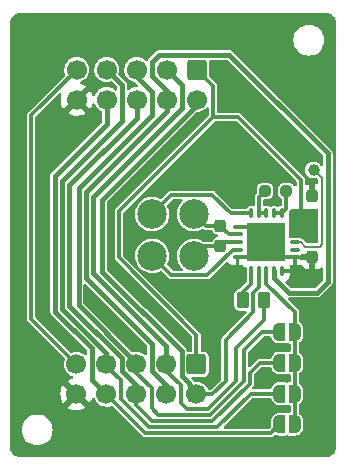
<source format=gtl>
G04 #@! TF.GenerationSoftware,KiCad,Pcbnew,6.0.10-86aedd382b~118~ubuntu20.04.1*
G04 #@! TF.CreationDate,2023-01-08T02:49:30+01:00*
G04 #@! TF.ProjectId,TempExt,54656d70-4578-4742-9e6b-696361645f70,rev?*
G04 #@! TF.SameCoordinates,Original*
G04 #@! TF.FileFunction,Copper,L1,Top*
G04 #@! TF.FilePolarity,Positive*
%FSLAX46Y46*%
G04 Gerber Fmt 4.6, Leading zero omitted, Abs format (unit mm)*
G04 Created by KiCad (PCBNEW 6.0.10-86aedd382b~118~ubuntu20.04.1) date 2023-01-08 02:49:30*
%MOMM*%
%LPD*%
G01*
G04 APERTURE LIST*
G04 Aperture macros list*
%AMRoundRect*
0 Rectangle with rounded corners*
0 $1 Rounding radius*
0 $2 $3 $4 $5 $6 $7 $8 $9 X,Y pos of 4 corners*
0 Add a 4 corners polygon primitive as box body*
4,1,4,$2,$3,$4,$5,$6,$7,$8,$9,$2,$3,0*
0 Add four circle primitives for the rounded corners*
1,1,$1+$1,$2,$3*
1,1,$1+$1,$4,$5*
1,1,$1+$1,$6,$7*
1,1,$1+$1,$8,$9*
0 Add four rect primitives between the rounded corners*
20,1,$1+$1,$2,$3,$4,$5,0*
20,1,$1+$1,$4,$5,$6,$7,0*
20,1,$1+$1,$6,$7,$8,$9,0*
20,1,$1+$1,$8,$9,$2,$3,0*%
%AMFreePoly0*
4,1,20,0.000000,0.744959,0.073905,0.744508,0.209726,0.703889,0.328688,0.626782,0.421226,0.519385,0.479903,0.390333,0.500000,0.250000,0.500000,-0.250000,0.499851,-0.262216,0.476331,-0.402017,0.414519,-0.529596,0.319384,-0.634700,0.198574,-0.708877,0.061801,-0.746166,0.000000,-0.745033,0.000000,-0.750000,-0.500000,-0.750000,-0.500000,0.750000,0.000000,0.750000,0.000000,0.744959,
0.000000,0.744959,$1*%
%AMFreePoly1*
4,1,22,0.500000,-0.750000,0.000000,-0.750000,0.000000,-0.745033,-0.079941,-0.743568,-0.215256,-0.701293,-0.333266,-0.622738,-0.424486,-0.514219,-0.481581,-0.384460,-0.499164,-0.250000,-0.500000,-0.250000,-0.500000,0.250000,-0.499164,0.250000,-0.499963,0.256109,-0.478152,0.396186,-0.417904,0.524511,-0.324060,0.630769,-0.204165,0.706417,-0.067858,0.745374,0.000000,0.744959,0.000000,0.750000,
0.500000,0.750000,0.500000,-0.750000,0.500000,-0.750000,$1*%
G04 Aperture macros list end*
G04 #@! TA.AperFunction,ComponentPad*
%ADD10C,1.000000*%
G04 #@! TD*
G04 #@! TA.AperFunction,ComponentPad*
%ADD11C,2.500000*%
G04 #@! TD*
G04 #@! TA.AperFunction,SMDPad,CuDef*
%ADD12RoundRect,0.250000X-0.262500X-0.450000X0.262500X-0.450000X0.262500X0.450000X-0.262500X0.450000X0*%
G04 #@! TD*
G04 #@! TA.AperFunction,ComponentPad*
%ADD13RoundRect,0.250000X-0.600000X0.600000X-0.600000X-0.600000X0.600000X-0.600000X0.600000X0.600000X0*%
G04 #@! TD*
G04 #@! TA.AperFunction,ComponentPad*
%ADD14C,1.700000*%
G04 #@! TD*
G04 #@! TA.AperFunction,SMDPad,CuDef*
%ADD15FreePoly0,180.000000*%
G04 #@! TD*
G04 #@! TA.AperFunction,SMDPad,CuDef*
%ADD16FreePoly1,180.000000*%
G04 #@! TD*
G04 #@! TA.AperFunction,SMDPad,CuDef*
%ADD17RoundRect,0.237500X0.237500X-0.300000X0.237500X0.300000X-0.237500X0.300000X-0.237500X-0.300000X0*%
G04 #@! TD*
G04 #@! TA.AperFunction,SMDPad,CuDef*
%ADD18RoundRect,0.237500X0.250000X0.237500X-0.250000X0.237500X-0.250000X-0.237500X0.250000X-0.237500X0*%
G04 #@! TD*
G04 #@! TA.AperFunction,SMDPad,CuDef*
%ADD19RoundRect,0.237500X-0.237500X0.300000X-0.237500X-0.300000X0.237500X-0.300000X0.237500X0.300000X0*%
G04 #@! TD*
G04 #@! TA.AperFunction,SMDPad,CuDef*
%ADD20R,3.250000X3.250000*%
G04 #@! TD*
G04 #@! TA.AperFunction,SMDPad,CuDef*
%ADD21RoundRect,0.075000X-0.337500X0.075000X-0.337500X-0.075000X0.337500X-0.075000X0.337500X0.075000X0*%
G04 #@! TD*
G04 #@! TA.AperFunction,SMDPad,CuDef*
%ADD22RoundRect,0.075000X-0.075000X0.337500X-0.075000X-0.337500X0.075000X-0.337500X0.075000X0.337500X0*%
G04 #@! TD*
G04 #@! TA.AperFunction,ViaPad*
%ADD23C,0.800000*%
G04 #@! TD*
G04 #@! TA.AperFunction,Conductor*
%ADD24C,0.300000*%
G04 #@! TD*
G04 #@! TA.AperFunction,Conductor*
%ADD25C,0.400000*%
G04 #@! TD*
G04 #@! TA.AperFunction,Conductor*
%ADD26C,0.200000*%
G04 #@! TD*
G04 APERTURE END LIST*
D10*
X134891106Y-106499999D03*
D11*
X121232233Y-113767767D03*
X124767767Y-113767767D03*
X124767767Y-110232233D03*
X121232233Y-110232233D03*
D12*
X128887500Y-117500000D03*
X130712500Y-117500000D03*
D13*
X125000000Y-98000000D03*
D14*
X125000000Y-100540000D03*
X122460000Y-98000000D03*
X122460000Y-100540000D03*
X119920000Y-98000000D03*
X119920000Y-100540000D03*
X117380000Y-98000000D03*
X117380000Y-100540000D03*
X114840000Y-98000000D03*
X114840000Y-100540000D03*
D15*
X132000000Y-128025000D03*
D16*
X133300000Y-128025000D03*
D15*
X132007233Y-125425000D03*
D16*
X133307233Y-125425000D03*
D15*
X132007233Y-122825000D03*
D16*
X133307233Y-122825000D03*
X133307233Y-120225000D03*
D15*
X132007233Y-120225000D03*
D17*
X134800000Y-108737500D03*
X134800000Y-110462500D03*
D18*
X130772500Y-108275000D03*
X132597500Y-108275000D03*
D19*
X127000000Y-112937500D03*
X127000000Y-111212500D03*
D20*
X130900000Y-112600000D03*
D21*
X133337500Y-111300000D03*
X133337500Y-111950000D03*
X133337500Y-112600000D03*
X133337500Y-113250000D03*
X133337500Y-113900000D03*
D22*
X132200000Y-115037500D03*
X131550000Y-115037500D03*
X130900000Y-115037500D03*
X130250000Y-115037500D03*
X129600000Y-115037500D03*
D21*
X128462500Y-113900000D03*
X128462500Y-113250000D03*
X128462500Y-112600000D03*
X128462500Y-111950000D03*
X128462500Y-111300000D03*
D22*
X129600000Y-110162500D03*
X130250000Y-110162500D03*
X130900000Y-110162500D03*
X131550000Y-110162500D03*
X132200000Y-110162500D03*
D19*
X134800000Y-113862500D03*
X134800000Y-112137500D03*
D14*
X114820000Y-125487500D03*
X114820000Y-122947500D03*
X117360000Y-125487500D03*
X117360000Y-122947500D03*
X119900000Y-125487500D03*
X119900000Y-122947500D03*
X122440000Y-125487500D03*
X122440000Y-122947500D03*
X124980000Y-125487500D03*
D13*
X124980000Y-122947500D03*
D23*
X114000000Y-103000000D03*
X110000000Y-103000000D03*
X110000000Y-105000000D03*
X112000000Y-103000000D03*
X112000000Y-105000000D03*
X112000000Y-107000000D03*
X110000000Y-107000000D03*
X110000000Y-109000000D03*
X110000000Y-111000000D03*
X110000000Y-113000000D03*
X110000000Y-115000000D03*
X110000000Y-117000000D03*
X133000000Y-104000000D03*
X129000000Y-100000000D03*
X120000000Y-112000000D03*
X134000000Y-118000000D03*
X136000000Y-118000000D03*
X136000000Y-120000000D03*
X136000000Y-122000000D03*
X136000000Y-124000000D03*
X136000000Y-126000000D03*
X136000000Y-128000000D03*
X136000000Y-130000000D03*
X134000000Y-130000000D03*
X132000000Y-130000000D03*
X130000000Y-130000000D03*
X128000000Y-130000000D03*
X126000000Y-130000000D03*
X124000000Y-130000000D03*
X122000000Y-130000000D03*
X120000000Y-130000000D03*
X118000000Y-130000000D03*
X116000000Y-130000000D03*
X114000000Y-130000000D03*
X114000000Y-128000000D03*
X116000000Y-128000000D03*
X118000000Y-128000000D03*
X110000000Y-125000000D03*
X112000000Y-125000000D03*
X110000000Y-121000000D03*
X110000000Y-123000000D03*
X112000000Y-123000000D03*
X112000000Y-117000000D03*
X112000000Y-115000000D03*
X112000000Y-113000000D03*
X112000000Y-111000000D03*
X112000000Y-109000000D03*
X119750000Y-121250000D03*
X118500000Y-120000000D03*
X117250000Y-118750000D03*
X116000000Y-117500000D03*
X124750000Y-102500000D03*
X122500000Y-104750000D03*
X120500000Y-106750000D03*
X118500000Y-108750000D03*
X118000000Y-114750000D03*
X123750000Y-120500000D03*
X120250000Y-117000000D03*
X130000000Y-127000000D03*
X131000000Y-124000000D03*
X130000000Y-122000000D03*
X123000000Y-117000000D03*
X125000000Y-119000000D03*
X127000000Y-119000000D03*
X127000000Y-117000000D03*
X125000000Y-117000000D03*
X125000000Y-106000000D03*
X129000000Y-108000000D03*
X127000000Y-108000000D03*
X111000000Y-100000000D03*
X113000000Y-98000000D03*
X111000000Y-96000000D03*
X113000000Y-94000000D03*
X113000000Y-96000000D03*
X115000000Y-96000000D03*
X117000000Y-94000000D03*
X117000000Y-96000000D03*
X119000000Y-96000000D03*
X121000000Y-96000000D03*
X121000000Y-94000000D03*
X125000000Y-94000000D03*
X129000000Y-94000000D03*
X129000000Y-96000000D03*
X131000000Y-96000000D03*
X133000000Y-100000000D03*
X133000000Y-98000000D03*
X135000000Y-100000000D03*
X129000000Y-104000000D03*
X127000000Y-104000000D03*
X129000000Y-106000000D03*
X127000000Y-106000000D03*
X131000000Y-106000000D03*
X127000000Y-98000000D03*
X131000000Y-102000000D03*
X135000000Y-102000000D03*
X135000000Y-98000000D03*
X131000000Y-98000000D03*
X111000000Y-98000000D03*
X111000000Y-94000000D03*
X115000000Y-94000000D03*
X119000000Y-94000000D03*
X123000000Y-94000000D03*
X127000000Y-94000000D03*
X131000000Y-94000000D03*
X127900000Y-115890000D03*
X134110000Y-115870000D03*
D24*
X132007233Y-120225000D02*
X130515000Y-120225000D01*
X130515000Y-120225000D02*
X128980000Y-121760000D01*
X128980000Y-121760000D02*
X128980000Y-124397106D01*
X128980000Y-124397106D02*
X126127106Y-127250000D01*
X126127106Y-127250000D02*
X121750000Y-127250000D01*
X121750000Y-127250000D02*
X121190000Y-126690000D01*
X121190000Y-126690000D02*
X121190000Y-124970000D01*
X121190000Y-124970000D02*
X119900000Y-123680000D01*
X119900000Y-123680000D02*
X119900000Y-122947500D01*
X132007233Y-122825000D02*
X130365000Y-122825000D01*
X121250000Y-127750000D02*
X119900000Y-126400000D01*
X130365000Y-122825000D02*
X129480000Y-123710000D01*
X129480000Y-123710000D02*
X129480000Y-124604212D01*
X129480000Y-124604212D02*
X126334212Y-127750000D01*
X126334212Y-127750000D02*
X121250000Y-127750000D01*
X119900000Y-126400000D02*
X119900000Y-125487500D01*
X132000000Y-128025000D02*
X131275000Y-128750000D01*
X131275000Y-128750000D02*
X120622500Y-128750000D01*
X120622500Y-128750000D02*
X117360000Y-125487500D01*
X132007233Y-125425000D02*
X129575000Y-125425000D01*
X129575000Y-125425000D02*
X126750000Y-128250000D01*
X126750000Y-128250000D02*
X120965443Y-128250000D01*
X120965443Y-128250000D02*
X118560000Y-125844557D01*
X118560000Y-125844557D02*
X118560000Y-124300000D01*
X118560000Y-124300000D02*
X117360000Y-123100000D01*
X117360000Y-123100000D02*
X117360000Y-122947500D01*
X130712500Y-117500000D02*
X130712500Y-119157500D01*
X130712500Y-119157500D02*
X128310000Y-121560000D01*
X128310000Y-121560000D02*
X128310000Y-124360000D01*
X128310000Y-124360000D02*
X125920000Y-126750000D01*
X125920000Y-126750000D02*
X124147722Y-126750000D01*
X124147722Y-126750000D02*
X123640000Y-126242278D01*
X123640000Y-126242278D02*
X123640000Y-124730000D01*
X123640000Y-124730000D02*
X122440000Y-123530000D01*
X122440000Y-123530000D02*
X122440000Y-122947500D01*
X124980000Y-122947500D02*
X124980000Y-120480000D01*
X124980000Y-120480000D02*
X118400000Y-113900000D01*
X118400000Y-113900000D02*
X118400000Y-110000000D01*
X118400000Y-110000000D02*
X125400000Y-103000000D01*
D25*
X125000000Y-100540000D02*
X125000000Y-101000000D01*
X117000000Y-115115000D02*
X123730000Y-121845000D01*
X125000000Y-101000000D02*
X117000000Y-109000000D01*
X117000000Y-109000000D02*
X117000000Y-115115000D01*
X124980000Y-125180000D02*
X124980000Y-125487500D01*
X123730000Y-121845000D02*
X123730000Y-123930000D01*
X123730000Y-123930000D02*
X124980000Y-125180000D01*
X122440000Y-122947500D02*
X122440000Y-121440000D01*
X122440000Y-121440000D02*
X116200000Y-115200000D01*
X116200000Y-115200000D02*
X116200000Y-108800000D01*
X123750000Y-99290000D02*
X122460000Y-98000000D01*
X116200000Y-108800000D02*
X123750000Y-101250000D01*
X123750000Y-101250000D02*
X123750000Y-99290000D01*
X122460000Y-100540000D02*
X122460000Y-101540000D01*
X122460000Y-101540000D02*
X115600000Y-108400000D01*
X115600000Y-115600000D02*
X121190000Y-121190000D01*
X121190000Y-123490000D02*
X122440000Y-124740000D01*
X115600000Y-108400000D02*
X115600000Y-115600000D01*
X121190000Y-121190000D02*
X121190000Y-123490000D01*
X122440000Y-124740000D02*
X122440000Y-125487500D01*
X119920000Y-98000000D02*
X119920000Y-98620000D01*
X119920000Y-98620000D02*
X121200000Y-99900000D01*
X121200000Y-99900000D02*
X121200000Y-101800000D01*
X121200000Y-101800000D02*
X115000000Y-108000000D01*
X115000000Y-108000000D02*
X115000000Y-117944416D01*
X115000000Y-117944416D02*
X119900000Y-122844416D01*
X119900000Y-122844416D02*
X119900000Y-122947500D01*
X119900000Y-125487500D02*
X119900000Y-124730000D01*
X119900000Y-124730000D02*
X118650000Y-123480000D01*
X118650000Y-123480000D02*
X118650000Y-122442944D01*
X118650000Y-122442944D02*
X114200000Y-117992944D01*
X114200000Y-117992944D02*
X114200000Y-107800000D01*
X114200000Y-107800000D02*
X119920000Y-102080000D01*
X119920000Y-102080000D02*
X119920000Y-100540000D01*
X117380000Y-98000000D02*
X118670000Y-99290000D01*
X118670000Y-99290000D02*
X118670000Y-102330000D01*
X118670000Y-102330000D02*
X113600000Y-107400000D01*
X113600000Y-107400000D02*
X113600000Y-118241472D01*
X113600000Y-118241472D02*
X117360000Y-122001472D01*
X117360000Y-122001472D02*
X117360000Y-122947500D01*
X117360000Y-125487500D02*
X116110000Y-124237500D01*
X116110000Y-124237500D02*
X116110000Y-121600000D01*
X116110000Y-121600000D02*
X113000000Y-118490000D01*
X113000000Y-118490000D02*
X113000000Y-107000000D01*
X113000000Y-107000000D02*
X117380000Y-102620000D01*
X117380000Y-102620000D02*
X117380000Y-100540000D01*
D24*
X114820000Y-122947500D02*
X111000000Y-119127500D01*
X111000000Y-119127500D02*
X111000000Y-101840000D01*
X111000000Y-101840000D02*
X114840000Y-98000000D01*
X125400000Y-103000000D02*
X126380000Y-102020000D01*
X126380000Y-99380000D02*
X125000000Y-98000000D01*
X126380000Y-102020000D02*
X126380000Y-99380000D01*
X125400000Y-103000000D02*
X126400000Y-102000000D01*
X126400000Y-102000000D02*
X128500000Y-102000000D01*
X128500000Y-102000000D02*
X133810000Y-107310000D01*
X133810000Y-107310000D02*
X133810000Y-110827500D01*
X133810000Y-110827500D02*
X133337500Y-111300000D01*
D25*
X122460000Y-100540000D02*
X122460000Y-99767767D01*
X122460000Y-99767767D02*
X121210000Y-98517767D01*
X121210000Y-98517767D02*
X121210000Y-97380000D01*
X121210000Y-97380000D02*
X121840000Y-96750000D01*
X121840000Y-96750000D02*
X127750000Y-96750000D01*
X127750000Y-96750000D02*
X136100000Y-105100000D01*
X136100000Y-115980000D02*
X135190000Y-116890000D01*
X131550000Y-115650000D02*
X131550000Y-115037500D01*
X136100000Y-105100000D02*
X136100000Y-115980000D01*
X135190000Y-116890000D02*
X132790000Y-116890000D01*
X132790000Y-116890000D02*
X131550000Y-115650000D01*
D26*
X133337500Y-112600000D02*
X133830330Y-112600000D01*
X134205330Y-112975000D02*
X135425000Y-112975000D01*
X133830330Y-112600000D02*
X134205330Y-112975000D01*
X135600000Y-107208893D02*
X134891106Y-106499999D01*
X135425000Y-112975000D02*
X135600000Y-112800000D01*
X135600000Y-112800000D02*
X135600000Y-107208893D01*
D24*
X134800000Y-112137500D02*
X134800000Y-110462500D01*
X133337500Y-111300000D02*
X133962500Y-111300000D01*
X133962500Y-111300000D02*
X134800000Y-110462500D01*
X134612500Y-111950000D02*
X134800000Y-112137500D01*
X133337500Y-111950000D02*
X134612500Y-111950000D01*
X129750000Y-118550000D02*
X127440000Y-120860000D01*
X130900000Y-115037500D02*
X130900000Y-116126472D01*
X127440000Y-120860000D02*
X127440000Y-124350000D01*
X128462500Y-111300000D02*
X129600000Y-111300000D01*
X129750000Y-116901472D02*
X129750000Y-118550000D01*
X129600000Y-116130000D02*
X129600000Y-115037500D01*
X130250000Y-116401472D02*
X129750000Y-116901472D01*
X133337500Y-113900000D02*
X132200000Y-113900000D01*
X128462500Y-113900000D02*
X129600000Y-113900000D01*
X131550000Y-110162500D02*
X132200000Y-110162500D01*
X130900000Y-110162500D02*
X130250000Y-110162500D01*
X132200000Y-113900000D02*
X130900000Y-112600000D01*
X129600000Y-111300000D02*
X130900000Y-112600000D01*
X129600000Y-113900000D02*
X130900000Y-112600000D01*
X130900000Y-116126472D02*
X133307233Y-118533705D01*
X133307233Y-118533705D02*
X133307233Y-120225000D01*
X130250000Y-115037500D02*
X130250000Y-116401472D01*
X127440000Y-124350000D02*
X126302500Y-125487500D01*
X126302500Y-125487500D02*
X124980000Y-125487500D01*
X128887500Y-117500000D02*
X128887500Y-116842500D01*
X128887500Y-116842500D02*
X129600000Y-116130000D01*
X128462500Y-113250000D02*
X128055850Y-113250000D01*
X128055850Y-113250000D02*
X125905850Y-115400000D01*
X125905850Y-115400000D02*
X122864466Y-115400000D01*
X122864466Y-115400000D02*
X121232233Y-113767767D01*
X128462500Y-112600000D02*
X127337500Y-112600000D01*
X127337500Y-112600000D02*
X127000000Y-112937500D01*
X128462500Y-111950000D02*
X127737500Y-111950000D01*
X127737500Y-111950000D02*
X127000000Y-111212500D01*
X129600000Y-110162500D02*
X127862500Y-110162500D01*
X127862500Y-110162500D02*
X126300000Y-108600000D01*
X126300000Y-108600000D02*
X122864466Y-108600000D01*
X122864466Y-108600000D02*
X121232233Y-110232233D01*
X130250000Y-110162500D02*
X130250000Y-108797500D01*
X130250000Y-108797500D02*
X130772500Y-108275000D01*
X132200000Y-110162500D02*
X132597500Y-109765000D01*
X132597500Y-109765000D02*
X132597500Y-108275000D01*
X133307233Y-120225000D02*
X133307233Y-128017767D01*
X133307233Y-128017767D02*
X133300000Y-128025000D01*
X127000000Y-111212500D02*
X125748034Y-111212500D01*
X125748034Y-111212500D02*
X124767767Y-110232233D01*
X127000000Y-112937500D02*
X125598034Y-112937500D01*
X125598034Y-112937500D02*
X124767767Y-113767767D01*
G04 #@! TA.AperFunction,Conductor*
G36*
X135973139Y-93202466D02*
G01*
X135978704Y-93202476D01*
X135992535Y-93205656D01*
X136006376Y-93202524D01*
X136007618Y-93202526D01*
X136019685Y-93203127D01*
X136090258Y-93210045D01*
X136137264Y-93214654D01*
X136161384Y-93219430D01*
X136266414Y-93251138D01*
X136288428Y-93257784D01*
X136311158Y-93267151D01*
X136355928Y-93290954D01*
X136428336Y-93329452D01*
X136448818Y-93343059D01*
X136452719Y-93346240D01*
X136551667Y-93426935D01*
X136569114Y-93444261D01*
X136653704Y-93546504D01*
X136667456Y-93566889D01*
X136730581Y-93683623D01*
X136740111Y-93706290D01*
X136779362Y-93833061D01*
X136784308Y-93857149D01*
X136796744Y-93975392D01*
X136797403Y-93987360D01*
X136794347Y-94001091D01*
X136797576Y-94014909D01*
X136797610Y-94021271D01*
X136799500Y-94037668D01*
X136799500Y-129955814D01*
X136797534Y-129973139D01*
X136797524Y-129978704D01*
X136794344Y-129992535D01*
X136797476Y-130006376D01*
X136797474Y-130007618D01*
X136796873Y-130019694D01*
X136785346Y-130137264D01*
X136780570Y-130161384D01*
X136742217Y-130288427D01*
X136732849Y-130311158D01*
X136703908Y-130365592D01*
X136670548Y-130428336D01*
X136656941Y-130448818D01*
X136573065Y-130551667D01*
X136555738Y-130569115D01*
X136453496Y-130653704D01*
X136433111Y-130667456D01*
X136316377Y-130730581D01*
X136293710Y-130740111D01*
X136166939Y-130779362D01*
X136142851Y-130784308D01*
X136094850Y-130789356D01*
X136024602Y-130796744D01*
X136012640Y-130797403D01*
X135998909Y-130794347D01*
X135985091Y-130797576D01*
X135978729Y-130797610D01*
X135962332Y-130799500D01*
X110034144Y-130799500D01*
X110012774Y-130797268D01*
X110010579Y-130797303D01*
X109996696Y-130794370D01*
X109982916Y-130797747D01*
X109982410Y-130797755D01*
X109969993Y-130797342D01*
X109895254Y-130791156D01*
X109852815Y-130787643D01*
X109827979Y-130783046D01*
X109827876Y-130783016D01*
X109701816Y-130746303D01*
X109678396Y-130736846D01*
X109562087Y-130675672D01*
X109541030Y-130661737D01*
X109439261Y-130578596D01*
X109421402Y-130560737D01*
X109338263Y-130458970D01*
X109324326Y-130437910D01*
X109319291Y-130428336D01*
X109263154Y-130321603D01*
X109253696Y-130298182D01*
X109216953Y-130172016D01*
X109212357Y-130147180D01*
X109202618Y-130029537D01*
X109202241Y-130017591D01*
X109205617Y-130004021D01*
X109202731Y-129990124D01*
X109202763Y-129988505D01*
X109200492Y-129966425D01*
X109200458Y-129790068D01*
X109200203Y-128500000D01*
X110190517Y-128500000D01*
X110210411Y-128727389D01*
X110211835Y-128732703D01*
X110211835Y-128732704D01*
X110267774Y-128941472D01*
X110269488Y-128947870D01*
X110271810Y-128952850D01*
X110271811Y-128952852D01*
X110363628Y-129149754D01*
X110363629Y-129149755D01*
X110365954Y-129154741D01*
X110496878Y-129341719D01*
X110658281Y-129503122D01*
X110845259Y-129634046D01*
X110850241Y-129636369D01*
X110850246Y-129636372D01*
X111047148Y-129728189D01*
X111052130Y-129730512D01*
X111057438Y-129731934D01*
X111057440Y-129731935D01*
X111267296Y-129788165D01*
X111272611Y-129789589D01*
X111371972Y-129798282D01*
X111440320Y-129804262D01*
X111440327Y-129804262D01*
X111443044Y-129804500D01*
X111556956Y-129804500D01*
X111559673Y-129804262D01*
X111559680Y-129804262D01*
X111628028Y-129798282D01*
X111727389Y-129789589D01*
X111732704Y-129788165D01*
X111942560Y-129731935D01*
X111942562Y-129731934D01*
X111947870Y-129730512D01*
X111952852Y-129728189D01*
X112149754Y-129636372D01*
X112149759Y-129636369D01*
X112154741Y-129634046D01*
X112341719Y-129503122D01*
X112503122Y-129341719D01*
X112634046Y-129154742D01*
X112636369Y-129149760D01*
X112636372Y-129149755D01*
X112728189Y-128952852D01*
X112728190Y-128952851D01*
X112730512Y-128947870D01*
X112732227Y-128941472D01*
X112788165Y-128732704D01*
X112788165Y-128732703D01*
X112789589Y-128727389D01*
X112809483Y-128500000D01*
X112789589Y-128272611D01*
X112785980Y-128259142D01*
X112731935Y-128057440D01*
X112731934Y-128057438D01*
X112730512Y-128052130D01*
X112728189Y-128047148D01*
X112636372Y-127850246D01*
X112636369Y-127850241D01*
X112634046Y-127845259D01*
X112503122Y-127658281D01*
X112341719Y-127496878D01*
X112154741Y-127365954D01*
X112149759Y-127363631D01*
X112149754Y-127363628D01*
X111952852Y-127271811D01*
X111952850Y-127271810D01*
X111947870Y-127269488D01*
X111942562Y-127268066D01*
X111942560Y-127268065D01*
X111732704Y-127211835D01*
X111732703Y-127211835D01*
X111727389Y-127210411D01*
X111628028Y-127201718D01*
X111559680Y-127195738D01*
X111559673Y-127195738D01*
X111556956Y-127195500D01*
X111443044Y-127195500D01*
X111440327Y-127195738D01*
X111440320Y-127195738D01*
X111371972Y-127201718D01*
X111272611Y-127210411D01*
X111267297Y-127211835D01*
X111267296Y-127211835D01*
X111057440Y-127268065D01*
X111057438Y-127268066D01*
X111052130Y-127269488D01*
X111047150Y-127271810D01*
X111047148Y-127271811D01*
X110850246Y-127363628D01*
X110850241Y-127363631D01*
X110845259Y-127365954D01*
X110658281Y-127496878D01*
X110496878Y-127658281D01*
X110365954Y-127845258D01*
X110363631Y-127850240D01*
X110363628Y-127850245D01*
X110363628Y-127850246D01*
X110269488Y-128052130D01*
X110268066Y-128057438D01*
X110268065Y-128057440D01*
X110214020Y-128259142D01*
X110210411Y-128272611D01*
X110190517Y-128500000D01*
X109200203Y-128500000D01*
X109199831Y-126612353D01*
X114059977Y-126612353D01*
X114065258Y-126619407D01*
X114226756Y-126713779D01*
X114236042Y-126718229D01*
X114435001Y-126794203D01*
X114444899Y-126797079D01*
X114653595Y-126839538D01*
X114663823Y-126840757D01*
X114876650Y-126848562D01*
X114886936Y-126848095D01*
X115098185Y-126821034D01*
X115108262Y-126818892D01*
X115312255Y-126757691D01*
X115321842Y-126753933D01*
X115513098Y-126660238D01*
X115521944Y-126654965D01*
X115569247Y-126621223D01*
X115577648Y-126610523D01*
X115570660Y-126597370D01*
X114832812Y-125859522D01*
X114818868Y-125851908D01*
X114817035Y-125852039D01*
X114810420Y-125856290D01*
X114066737Y-126599973D01*
X114059977Y-126612353D01*
X109199831Y-126612353D01*
X109199603Y-125459363D01*
X113458050Y-125459363D01*
X113470309Y-125671977D01*
X113471745Y-125682197D01*
X113518565Y-125889946D01*
X113521645Y-125899775D01*
X113601770Y-126097103D01*
X113606413Y-126106294D01*
X113686460Y-126236920D01*
X113696916Y-126246380D01*
X113705694Y-126242596D01*
X114447978Y-125500312D01*
X114455592Y-125486368D01*
X114455461Y-125484535D01*
X114451210Y-125477920D01*
X113709849Y-124736559D01*
X113698313Y-124730259D01*
X113686031Y-124739882D01*
X113638089Y-124810162D01*
X113633004Y-124819113D01*
X113543338Y-125012283D01*
X113539775Y-125021970D01*
X113482864Y-125227181D01*
X113480933Y-125237300D01*
X113458302Y-125449074D01*
X113458050Y-125459363D01*
X109199603Y-125459363D01*
X109198349Y-119110761D01*
X110645049Y-119110761D01*
X110646273Y-119121100D01*
X110648627Y-119140991D01*
X110648937Y-119146246D01*
X110649072Y-119146235D01*
X110649500Y-119151414D01*
X110649500Y-119156615D01*
X110650354Y-119161743D01*
X110650354Y-119161749D01*
X110652389Y-119173973D01*
X110653226Y-119179849D01*
X110656560Y-119208014D01*
X110658764Y-119226638D01*
X110662423Y-119234258D01*
X110663812Y-119242603D01*
X110679555Y-119271779D01*
X110686192Y-119284080D01*
X110688884Y-119289365D01*
X110709274Y-119331826D01*
X110712592Y-119335774D01*
X110714525Y-119337707D01*
X110715990Y-119339304D01*
X110716254Y-119339794D01*
X110716234Y-119339813D01*
X110716313Y-119339902D01*
X110719222Y-119345294D01*
X110726870Y-119352364D01*
X110726871Y-119352365D01*
X110755636Y-119378955D01*
X110759202Y-119382384D01*
X113809743Y-122432924D01*
X113843769Y-122495236D01*
X113840750Y-122560115D01*
X113787484Y-122728032D01*
X113764520Y-122932762D01*
X113765036Y-122938906D01*
X113779995Y-123117042D01*
X113781759Y-123138053D01*
X113783458Y-123143978D01*
X113830941Y-123309570D01*
X113838544Y-123336086D01*
X113841359Y-123341563D01*
X113841360Y-123341566D01*
X113918169Y-123491020D01*
X113932712Y-123519318D01*
X114060677Y-123680770D01*
X114065370Y-123684764D01*
X114065371Y-123684765D01*
X114210867Y-123808591D01*
X114217564Y-123814291D01*
X114222942Y-123817297D01*
X114222944Y-123817298D01*
X114266308Y-123841533D01*
X114397398Y-123914797D01*
X114462437Y-123935929D01*
X114521042Y-123976002D01*
X114548680Y-124041398D01*
X114536574Y-124111355D01*
X114488568Y-124163662D01*
X114462646Y-124175527D01*
X114296868Y-124229712D01*
X114287359Y-124233709D01*
X114098466Y-124332040D01*
X114089734Y-124337539D01*
X114069677Y-124352599D01*
X114061223Y-124363927D01*
X114067968Y-124376258D01*
X115930474Y-126238764D01*
X115942484Y-126245323D01*
X115954223Y-126236355D01*
X115985004Y-126193519D01*
X115990315Y-126184680D01*
X116084670Y-125993767D01*
X116088469Y-125984172D01*
X116129593Y-125848819D01*
X116168534Y-125789455D01*
X116233388Y-125760568D01*
X116303564Y-125771330D01*
X116356782Y-125818323D01*
X116371270Y-125850717D01*
X116378544Y-125876086D01*
X116381359Y-125881563D01*
X116381360Y-125881566D01*
X116464308Y-126042965D01*
X116472712Y-126059318D01*
X116600677Y-126220770D01*
X116605370Y-126224764D01*
X116746449Y-126344831D01*
X116757564Y-126354291D01*
X116762942Y-126357297D01*
X116762944Y-126357298D01*
X116806308Y-126381533D01*
X116937398Y-126454797D01*
X117032238Y-126485613D01*
X117127471Y-126516556D01*
X117127475Y-126516557D01*
X117133329Y-126518459D01*
X117337894Y-126542851D01*
X117344029Y-126542379D01*
X117344031Y-126542379D01*
X117400039Y-126538069D01*
X117543300Y-126527046D01*
X117549230Y-126525390D01*
X117549232Y-126525390D01*
X117735792Y-126473302D01*
X117735796Y-126473300D01*
X117741725Y-126471645D01*
X117743160Y-126470920D01*
X117812333Y-126465067D01*
X117876249Y-126499431D01*
X120338717Y-128961899D01*
X120350795Y-128976853D01*
X120354027Y-128980405D01*
X120359675Y-128989152D01*
X120367852Y-128995598D01*
X120383586Y-129008002D01*
X120387521Y-129011499D01*
X120387609Y-129011395D01*
X120391566Y-129014748D01*
X120395247Y-129018429D01*
X120409572Y-129028666D01*
X120414318Y-129032229D01*
X120451311Y-129061392D01*
X120459287Y-129064193D01*
X120466169Y-129069111D01*
X120511336Y-129082619D01*
X120516942Y-129084441D01*
X120553923Y-129097428D01*
X120553929Y-129097429D01*
X120561406Y-129100055D01*
X120566544Y-129100500D01*
X120569263Y-129100500D01*
X120571445Y-129100595D01*
X120571980Y-129100755D01*
X120571979Y-129100782D01*
X120572097Y-129100789D01*
X120577964Y-129102544D01*
X120627519Y-129100597D01*
X120632466Y-129100500D01*
X131224176Y-129100500D01*
X131243275Y-129102533D01*
X131248083Y-129102760D01*
X131258261Y-129104951D01*
X131288491Y-129101373D01*
X131293746Y-129101063D01*
X131293735Y-129100928D01*
X131298914Y-129100500D01*
X131304115Y-129100500D01*
X131309243Y-129099646D01*
X131309249Y-129099646D01*
X131321473Y-129097611D01*
X131327349Y-129096774D01*
X131363799Y-129092460D01*
X131363801Y-129092460D01*
X131374138Y-129091236D01*
X131381758Y-129087577D01*
X131390103Y-129086188D01*
X131431584Y-129063806D01*
X131436870Y-129061113D01*
X131479326Y-129040726D01*
X131483274Y-129037408D01*
X131485207Y-129035475D01*
X131486804Y-129034010D01*
X131487294Y-129033746D01*
X131487313Y-129033766D01*
X131487402Y-129033687D01*
X131492794Y-129030778D01*
X131504210Y-129018429D01*
X131526456Y-128994363D01*
X131529885Y-128990797D01*
X131572814Y-128947868D01*
X131635126Y-128913842D01*
X131705941Y-128918907D01*
X131714756Y-128922581D01*
X131729545Y-128929414D01*
X131733843Y-128930699D01*
X131733850Y-128930702D01*
X131838170Y-128961899D01*
X131866763Y-128970450D01*
X131924086Y-128979017D01*
X131994530Y-128979447D01*
X132062829Y-128979865D01*
X132062834Y-128979865D01*
X132067307Y-128979892D01*
X132069780Y-128979553D01*
X132073635Y-128979428D01*
X132500000Y-128979428D01*
X132508021Y-128977833D01*
X132566061Y-128966288D01*
X132566062Y-128966288D01*
X132578231Y-128963867D01*
X132588547Y-128956974D01*
X132600017Y-128952223D01*
X132601555Y-128955937D01*
X132647751Y-128941472D01*
X132698289Y-128956312D01*
X132699983Y-128952223D01*
X132711453Y-128956974D01*
X132721769Y-128963867D01*
X132733938Y-128966288D01*
X132733939Y-128966288D01*
X132791979Y-128977833D01*
X132800000Y-128979428D01*
X133290916Y-128979428D01*
X133291686Y-128979430D01*
X133362821Y-128979865D01*
X133362827Y-128979865D01*
X133367307Y-128979892D01*
X133371750Y-128979283D01*
X133371756Y-128979283D01*
X133394885Y-128976114D01*
X133424732Y-128972026D01*
X133429039Y-128970795D01*
X133429044Y-128970794D01*
X133509260Y-128947868D01*
X133562441Y-128932669D01*
X133615351Y-128909001D01*
X133619133Y-128906615D01*
X133619140Y-128906611D01*
X133732689Y-128834966D01*
X133736479Y-128832575D01*
X133780620Y-128795008D01*
X133875428Y-128687657D01*
X133907248Y-128639215D01*
X133968117Y-128509570D01*
X133985064Y-128454139D01*
X133993572Y-128399500D01*
X134006410Y-128317042D01*
X134006410Y-128317037D01*
X134007098Y-128312621D01*
X134007806Y-128254665D01*
X134005492Y-128236969D01*
X134004428Y-128220632D01*
X134004428Y-127839520D01*
X134005928Y-127820137D01*
X134006409Y-127817045D01*
X134007098Y-127812621D01*
X134007806Y-127754665D01*
X133989236Y-127612651D01*
X133973649Y-127556823D01*
X133915966Y-127425730D01*
X133885338Y-127376524D01*
X133882453Y-127373092D01*
X133882448Y-127373085D01*
X133796066Y-127270321D01*
X133796065Y-127270320D01*
X133793181Y-127266889D01*
X133770148Y-127246295D01*
X133753318Y-127231247D01*
X133753313Y-127231243D01*
X133749971Y-127228255D01*
X133713912Y-127204252D01*
X133668291Y-127149855D01*
X133657733Y-127099366D01*
X133657733Y-126356308D01*
X133677735Y-126288187D01*
X133716499Y-126249746D01*
X133739916Y-126234971D01*
X133739925Y-126234965D01*
X133743712Y-126232575D01*
X133787853Y-126195008D01*
X133882661Y-126087657D01*
X133914481Y-126039215D01*
X133975350Y-125909570D01*
X133992297Y-125854139D01*
X133993126Y-125848819D01*
X134013643Y-125717042D01*
X134013643Y-125717037D01*
X134014331Y-125712621D01*
X134015039Y-125654665D01*
X134012725Y-125636969D01*
X134011661Y-125620632D01*
X134011661Y-125239520D01*
X134013161Y-125220137D01*
X134013642Y-125217045D01*
X134014331Y-125212621D01*
X134015039Y-125154665D01*
X133996469Y-125012651D01*
X133980882Y-124956823D01*
X133969330Y-124930568D01*
X133925004Y-124829832D01*
X133925004Y-124829831D01*
X133923199Y-124825730D01*
X133892571Y-124776524D01*
X133889686Y-124773092D01*
X133889681Y-124773085D01*
X133803299Y-124670321D01*
X133803298Y-124670320D01*
X133800414Y-124666889D01*
X133780582Y-124649157D01*
X133760551Y-124631247D01*
X133760546Y-124631243D01*
X133757204Y-124628255D01*
X133713913Y-124599438D01*
X133668292Y-124545042D01*
X133657733Y-124494552D01*
X133657733Y-123756308D01*
X133677735Y-123688187D01*
X133716499Y-123649746D01*
X133739916Y-123634971D01*
X133739925Y-123634965D01*
X133743712Y-123632575D01*
X133783902Y-123598371D01*
X133784435Y-123597917D01*
X133787853Y-123595008D01*
X133882661Y-123487657D01*
X133914481Y-123439215D01*
X133975350Y-123309570D01*
X133992297Y-123254139D01*
X134003413Y-123182749D01*
X134013643Y-123117042D01*
X134013643Y-123117037D01*
X134014331Y-123112621D01*
X134015039Y-123054665D01*
X134012725Y-123036969D01*
X134011661Y-123020632D01*
X134011661Y-122639520D01*
X134013161Y-122620137D01*
X134013642Y-122617045D01*
X134014331Y-122612621D01*
X134015039Y-122554665D01*
X134013674Y-122544222D01*
X134004556Y-122474500D01*
X133996469Y-122412651D01*
X133980882Y-122356823D01*
X133923199Y-122225730D01*
X133892571Y-122176524D01*
X133889686Y-122173092D01*
X133889681Y-122173085D01*
X133803299Y-122070321D01*
X133803298Y-122070320D01*
X133800414Y-122066889D01*
X133762423Y-122032921D01*
X133760551Y-122031247D01*
X133760546Y-122031243D01*
X133757204Y-122028255D01*
X133713913Y-121999438D01*
X133668292Y-121945042D01*
X133657733Y-121894552D01*
X133657733Y-121156308D01*
X133677735Y-121088187D01*
X133716499Y-121049746D01*
X133739916Y-121034971D01*
X133739925Y-121034965D01*
X133743712Y-121032575D01*
X133787853Y-120995008D01*
X133882661Y-120887657D01*
X133914481Y-120839215D01*
X133975350Y-120709570D01*
X133977700Y-120701886D01*
X133990986Y-120658427D01*
X133992297Y-120654139D01*
X133993022Y-120649487D01*
X134013643Y-120517042D01*
X134013643Y-120517037D01*
X134014331Y-120512621D01*
X134015039Y-120454665D01*
X134012725Y-120436969D01*
X134011661Y-120420632D01*
X134011661Y-120039520D01*
X134013161Y-120020137D01*
X134013642Y-120017045D01*
X134014331Y-120012621D01*
X134015039Y-119954665D01*
X133996469Y-119812651D01*
X133980882Y-119756823D01*
X133969330Y-119730568D01*
X133925004Y-119629832D01*
X133925004Y-119629831D01*
X133923199Y-119625730D01*
X133892571Y-119576524D01*
X133889686Y-119573092D01*
X133889681Y-119573085D01*
X133803299Y-119470321D01*
X133803298Y-119470320D01*
X133800414Y-119466889D01*
X133761166Y-119431797D01*
X133760551Y-119431247D01*
X133760546Y-119431243D01*
X133757204Y-119428255D01*
X133713913Y-119399438D01*
X133668292Y-119345042D01*
X133657733Y-119294552D01*
X133657733Y-118584531D01*
X133659766Y-118565432D01*
X133659993Y-118560628D01*
X133662185Y-118550445D01*
X133658606Y-118520206D01*
X133658297Y-118514958D01*
X133658161Y-118514969D01*
X133657733Y-118509790D01*
X133657733Y-118504590D01*
X133656880Y-118499464D01*
X133656879Y-118499455D01*
X133654846Y-118487242D01*
X133654009Y-118481366D01*
X133649694Y-118444908D01*
X133649694Y-118444907D01*
X133648470Y-118434567D01*
X133644809Y-118426944D01*
X133643421Y-118418602D01*
X133621039Y-118377121D01*
X133618366Y-118371874D01*
X133597960Y-118329379D01*
X133594641Y-118325431D01*
X133592712Y-118323502D01*
X133591243Y-118321901D01*
X133590986Y-118321424D01*
X133591009Y-118321403D01*
X133590920Y-118321302D01*
X133588011Y-118315911D01*
X133551597Y-118282250D01*
X133548031Y-118278821D01*
X132774805Y-117505595D01*
X132740779Y-117443283D01*
X132745844Y-117372468D01*
X132788391Y-117315632D01*
X132854911Y-117290821D01*
X132863900Y-117290500D01*
X135253433Y-117290500D01*
X135262864Y-117287436D01*
X135262868Y-117287435D01*
X135274353Y-117283703D01*
X135293578Y-117279087D01*
X135305512Y-117277197D01*
X135305513Y-117277197D01*
X135315304Y-117275646D01*
X135324137Y-117271145D01*
X135324141Y-117271144D01*
X135334906Y-117265659D01*
X135353166Y-117258095D01*
X135374090Y-117251296D01*
X135391893Y-117238361D01*
X135408745Y-117228035D01*
X135419502Y-117222554D01*
X135428342Y-117218050D01*
X135450895Y-117195497D01*
X135450910Y-117195483D01*
X136405483Y-116240909D01*
X136428050Y-116218342D01*
X136435887Y-116202962D01*
X136438038Y-116198741D01*
X136448368Y-116181884D01*
X136455465Y-116172115D01*
X136461296Y-116164090D01*
X136468094Y-116143168D01*
X136475658Y-116124907D01*
X136481145Y-116114139D01*
X136481146Y-116114135D01*
X136485646Y-116105304D01*
X136487197Y-116095515D01*
X136487199Y-116095507D01*
X136489089Y-116083573D01*
X136493703Y-116064353D01*
X136497435Y-116052867D01*
X136497436Y-116052860D01*
X136500499Y-116043433D01*
X136500499Y-116011525D01*
X136500500Y-116011519D01*
X136500500Y-105068481D01*
X136500499Y-105068475D01*
X136500499Y-105036567D01*
X136497436Y-105027140D01*
X136497435Y-105027133D01*
X136493703Y-105015647D01*
X136489089Y-104996427D01*
X136487199Y-104984493D01*
X136487197Y-104984485D01*
X136485646Y-104974696D01*
X136481146Y-104965865D01*
X136481145Y-104965861D01*
X136475658Y-104955093D01*
X136468094Y-104936832D01*
X136461296Y-104915910D01*
X136448368Y-104898116D01*
X136438038Y-104881259D01*
X136432552Y-104870493D01*
X136432551Y-104870492D01*
X136428050Y-104861658D01*
X136338342Y-104771950D01*
X128010909Y-96444516D01*
X128010905Y-96444513D01*
X127988342Y-96421950D01*
X127968746Y-96411965D01*
X127951893Y-96401639D01*
X127934090Y-96388704D01*
X127913166Y-96381905D01*
X127894906Y-96374341D01*
X127884141Y-96368856D01*
X127884137Y-96368855D01*
X127875304Y-96364354D01*
X127865513Y-96362803D01*
X127865512Y-96362803D01*
X127853578Y-96360913D01*
X127834353Y-96356297D01*
X127822868Y-96352565D01*
X127822864Y-96352564D01*
X127813433Y-96349500D01*
X121776567Y-96349500D01*
X121767135Y-96352565D01*
X121767133Y-96352565D01*
X121755648Y-96356297D01*
X121736422Y-96360913D01*
X121714696Y-96364354D01*
X121705861Y-96368856D01*
X121705860Y-96368856D01*
X121695097Y-96374340D01*
X121676836Y-96381904D01*
X121655911Y-96388703D01*
X121647887Y-96394533D01*
X121638113Y-96401634D01*
X121621257Y-96411963D01*
X121610493Y-96417448D01*
X121610492Y-96417449D01*
X121601658Y-96421950D01*
X121579095Y-96444513D01*
X121579091Y-96444516D01*
X120904516Y-97119091D01*
X120904513Y-97119095D01*
X120881950Y-97141658D01*
X120877446Y-97150498D01*
X120871965Y-97161255D01*
X120861639Y-97178107D01*
X120848704Y-97195910D01*
X120845996Y-97204245D01*
X120797686Y-97255395D01*
X120728771Y-97272460D01*
X120661570Y-97249558D01*
X120653854Y-97243661D01*
X120515025Y-97128811D01*
X120515021Y-97128809D01*
X120510275Y-97124882D01*
X120329055Y-97026897D01*
X120132254Y-96965977D01*
X120126129Y-96965333D01*
X120126128Y-96965333D01*
X119933498Y-96945087D01*
X119933496Y-96945087D01*
X119927369Y-96944443D01*
X119840529Y-96952346D01*
X119728342Y-96962555D01*
X119728339Y-96962556D01*
X119722203Y-96963114D01*
X119524572Y-97021280D01*
X119342002Y-97116726D01*
X119337201Y-97120586D01*
X119337198Y-97120588D01*
X119208383Y-97224158D01*
X119181447Y-97245815D01*
X119049024Y-97403630D01*
X119046056Y-97409028D01*
X119046053Y-97409033D01*
X119039315Y-97421290D01*
X118949776Y-97584162D01*
X118887484Y-97780532D01*
X118886798Y-97786649D01*
X118886797Y-97786653D01*
X118865207Y-97979137D01*
X118864520Y-97985262D01*
X118881759Y-98190553D01*
X118938544Y-98388586D01*
X118941359Y-98394063D01*
X118941360Y-98394066D01*
X118962247Y-98434707D01*
X119032712Y-98571818D01*
X119160677Y-98733270D01*
X119317564Y-98866791D01*
X119497398Y-98967297D01*
X119559152Y-98987362D01*
X119687471Y-99029056D01*
X119687475Y-99029057D01*
X119693329Y-99030959D01*
X119730887Y-99035437D01*
X119796159Y-99063364D01*
X119805063Y-99071456D01*
X120003605Y-99269998D01*
X120037631Y-99332310D01*
X120032566Y-99403125D01*
X119990019Y-99459961D01*
X119925929Y-99484574D01*
X119728342Y-99502555D01*
X119728339Y-99502556D01*
X119722203Y-99503114D01*
X119524572Y-99561280D01*
X119342002Y-99656726D01*
X119317770Y-99676209D01*
X119275452Y-99710233D01*
X119209829Y-99737329D01*
X119139975Y-99724645D01*
X119088067Y-99676209D01*
X119070500Y-99612036D01*
X119070500Y-99258481D01*
X119070499Y-99258475D01*
X119070499Y-99226567D01*
X119067436Y-99217140D01*
X119067435Y-99217133D01*
X119063703Y-99205647D01*
X119059089Y-99186427D01*
X119057199Y-99174493D01*
X119057197Y-99174485D01*
X119055646Y-99164696D01*
X119051146Y-99155865D01*
X119051145Y-99155861D01*
X119045658Y-99145093D01*
X119038094Y-99126832D01*
X119031296Y-99105910D01*
X119018368Y-99088116D01*
X119008038Y-99071259D01*
X119002552Y-99060493D01*
X119002551Y-99060492D01*
X118998050Y-99051658D01*
X118407191Y-98460799D01*
X118373165Y-98398487D01*
X118376728Y-98331932D01*
X118407404Y-98239715D01*
X118409351Y-98233863D01*
X118435171Y-98029474D01*
X118435583Y-98000000D01*
X118415480Y-97794970D01*
X118355935Y-97597749D01*
X118259218Y-97415849D01*
X118167589Y-97303501D01*
X118132906Y-97260975D01*
X118132903Y-97260972D01*
X118129011Y-97256200D01*
X118122173Y-97250543D01*
X117975025Y-97128811D01*
X117975021Y-97128809D01*
X117970275Y-97124882D01*
X117789055Y-97026897D01*
X117592254Y-96965977D01*
X117586129Y-96965333D01*
X117586128Y-96965333D01*
X117393498Y-96945087D01*
X117393496Y-96945087D01*
X117387369Y-96944443D01*
X117300529Y-96952346D01*
X117188342Y-96962555D01*
X117188339Y-96962556D01*
X117182203Y-96963114D01*
X116984572Y-97021280D01*
X116802002Y-97116726D01*
X116797201Y-97120586D01*
X116797198Y-97120588D01*
X116668383Y-97224158D01*
X116641447Y-97245815D01*
X116509024Y-97403630D01*
X116506056Y-97409028D01*
X116506053Y-97409033D01*
X116499315Y-97421290D01*
X116409776Y-97584162D01*
X116347484Y-97780532D01*
X116346798Y-97786649D01*
X116346797Y-97786653D01*
X116325207Y-97979137D01*
X116324520Y-97985262D01*
X116341759Y-98190553D01*
X116398544Y-98388586D01*
X116401359Y-98394063D01*
X116401360Y-98394066D01*
X116422247Y-98434707D01*
X116492712Y-98571818D01*
X116620677Y-98733270D01*
X116777564Y-98866791D01*
X116957398Y-98967297D01*
X117019152Y-98987362D01*
X117147471Y-99029056D01*
X117147475Y-99029057D01*
X117153329Y-99030959D01*
X117357894Y-99055351D01*
X117364029Y-99054879D01*
X117364031Y-99054879D01*
X117424565Y-99050221D01*
X117563300Y-99039546D01*
X117603418Y-99028345D01*
X117718974Y-98996082D01*
X117789964Y-98997029D01*
X117841952Y-99028345D01*
X118232595Y-99418987D01*
X118266620Y-99481300D01*
X118269500Y-99508083D01*
X118269500Y-99644659D01*
X118249498Y-99712780D01*
X118195842Y-99759273D01*
X118125568Y-99769377D01*
X118063186Y-99741745D01*
X117970275Y-99664882D01*
X117789055Y-99566897D01*
X117592254Y-99505977D01*
X117586129Y-99505333D01*
X117586128Y-99505333D01*
X117393498Y-99485087D01*
X117393496Y-99485087D01*
X117387369Y-99484443D01*
X117300529Y-99492346D01*
X117188342Y-99502555D01*
X117188339Y-99502556D01*
X117182203Y-99503114D01*
X116984572Y-99561280D01*
X116802002Y-99656726D01*
X116797201Y-99660586D01*
X116797198Y-99660588D01*
X116674459Y-99759273D01*
X116641447Y-99785815D01*
X116509024Y-99943630D01*
X116506056Y-99949028D01*
X116506053Y-99949033D01*
X116491675Y-99975187D01*
X116409776Y-100124162D01*
X116407914Y-100130032D01*
X116391068Y-100183138D01*
X116351405Y-100242022D01*
X116286202Y-100270114D01*
X116216163Y-100258497D01*
X116163523Y-100210857D01*
X116148762Y-100175735D01*
X116131214Y-100105875D01*
X116127894Y-100096124D01*
X116042972Y-99900814D01*
X116038105Y-99891739D01*
X115973063Y-99791197D01*
X115962377Y-99781995D01*
X115952812Y-99786398D01*
X115212022Y-100527188D01*
X115204408Y-100541132D01*
X115204539Y-100542965D01*
X115208790Y-100549580D01*
X115950474Y-101291264D01*
X115962484Y-101297823D01*
X115974223Y-101288855D01*
X116005004Y-101246019D01*
X116010315Y-101237180D01*
X116104670Y-101046267D01*
X116108469Y-101036672D01*
X116149593Y-100901319D01*
X116188534Y-100841955D01*
X116253388Y-100813068D01*
X116323564Y-100823830D01*
X116376782Y-100870823D01*
X116391270Y-100903217D01*
X116398544Y-100928586D01*
X116401359Y-100934063D01*
X116401360Y-100934066D01*
X116487181Y-101101056D01*
X116492712Y-101111818D01*
X116620677Y-101273270D01*
X116625370Y-101277264D01*
X116770867Y-101401091D01*
X116777564Y-101406791D01*
X116914972Y-101483586D01*
X116964676Y-101534279D01*
X116979500Y-101593573D01*
X116979500Y-102401918D01*
X116959498Y-102470039D01*
X116942595Y-102491013D01*
X112694516Y-106739091D01*
X112694513Y-106739095D01*
X112671950Y-106761658D01*
X112667446Y-106770498D01*
X112661965Y-106781255D01*
X112651639Y-106798107D01*
X112638704Y-106815910D01*
X112631907Y-106836830D01*
X112624341Y-106855094D01*
X112618856Y-106865859D01*
X112618855Y-106865863D01*
X112614354Y-106874696D01*
X112612803Y-106884487D01*
X112612803Y-106884488D01*
X112610913Y-106896422D01*
X112606297Y-106915647D01*
X112602565Y-106927132D01*
X112602564Y-106927136D01*
X112599500Y-106936567D01*
X112599500Y-118553433D01*
X112602564Y-118562864D01*
X112602565Y-118562868D01*
X112606297Y-118574353D01*
X112610913Y-118593578D01*
X112612012Y-118600514D01*
X112614354Y-118615304D01*
X112618855Y-118624137D01*
X112618856Y-118624141D01*
X112624341Y-118634906D01*
X112631905Y-118653166D01*
X112638704Y-118674090D01*
X112651639Y-118691893D01*
X112661965Y-118708745D01*
X112671950Y-118728342D01*
X112694513Y-118750905D01*
X112694516Y-118750909D01*
X114198743Y-120255135D01*
X115672595Y-121728987D01*
X115706621Y-121791299D01*
X115709500Y-121818082D01*
X115709500Y-122052159D01*
X115689498Y-122120280D01*
X115635842Y-122166773D01*
X115565568Y-122176877D01*
X115503186Y-122149245D01*
X115410275Y-122072382D01*
X115229055Y-121974397D01*
X115032254Y-121913477D01*
X115026129Y-121912833D01*
X115026128Y-121912833D01*
X114833498Y-121892587D01*
X114833496Y-121892587D01*
X114827369Y-121891943D01*
X114746988Y-121899258D01*
X114628342Y-121910055D01*
X114628339Y-121910056D01*
X114622203Y-121910614D01*
X114562930Y-121928059D01*
X114428652Y-121967579D01*
X114357655Y-121967624D01*
X114303982Y-121935800D01*
X111387405Y-119019223D01*
X111353379Y-118956911D01*
X111350500Y-118930128D01*
X111350500Y-102037372D01*
X111370502Y-101969251D01*
X111387405Y-101948277D01*
X111670829Y-101664853D01*
X114079977Y-101664853D01*
X114085258Y-101671907D01*
X114246756Y-101766279D01*
X114256042Y-101770729D01*
X114455001Y-101846703D01*
X114464899Y-101849579D01*
X114673595Y-101892038D01*
X114683823Y-101893257D01*
X114896650Y-101901062D01*
X114906936Y-101900595D01*
X115118185Y-101873534D01*
X115128262Y-101871392D01*
X115332255Y-101810191D01*
X115341842Y-101806433D01*
X115533098Y-101712738D01*
X115541944Y-101707465D01*
X115589247Y-101673723D01*
X115597648Y-101663023D01*
X115590660Y-101649870D01*
X114852812Y-100912022D01*
X114838868Y-100904408D01*
X114837035Y-100904539D01*
X114830420Y-100908790D01*
X114086737Y-101652473D01*
X114079977Y-101664853D01*
X111670829Y-101664853D01*
X113335940Y-99999742D01*
X113398252Y-99965716D01*
X113469067Y-99970781D01*
X113525903Y-100013328D01*
X113550714Y-100079848D01*
X113546452Y-100122509D01*
X113502864Y-100279681D01*
X113500933Y-100289800D01*
X113478302Y-100501574D01*
X113478050Y-100511863D01*
X113490309Y-100724477D01*
X113491745Y-100734697D01*
X113538565Y-100942446D01*
X113541645Y-100952275D01*
X113621770Y-101149603D01*
X113626413Y-101158794D01*
X113706460Y-101289420D01*
X113716916Y-101298880D01*
X113725694Y-101295096D01*
X115593389Y-99427401D01*
X115600410Y-99414544D01*
X115593611Y-99405213D01*
X115589554Y-99402518D01*
X115403117Y-99299599D01*
X115393705Y-99295369D01*
X115202031Y-99227493D01*
X115144495Y-99185899D01*
X115118579Y-99119801D01*
X115132513Y-99050185D01*
X115181872Y-98999154D01*
X115210206Y-98987362D01*
X115215790Y-98985803D01*
X115215799Y-98985800D01*
X115221725Y-98984145D01*
X115227214Y-98981372D01*
X115227220Y-98981370D01*
X115400116Y-98894033D01*
X115405610Y-98891258D01*
X115567951Y-98764424D01*
X115575129Y-98756109D01*
X115698540Y-98613134D01*
X115698540Y-98613133D01*
X115702564Y-98608472D01*
X115723387Y-98571818D01*
X115801276Y-98434707D01*
X115804323Y-98429344D01*
X115869351Y-98233863D01*
X115895171Y-98029474D01*
X115895583Y-98000000D01*
X115875480Y-97794970D01*
X115815935Y-97597749D01*
X115719218Y-97415849D01*
X115627589Y-97303501D01*
X115592906Y-97260975D01*
X115592903Y-97260972D01*
X115589011Y-97256200D01*
X115582173Y-97250543D01*
X115435025Y-97128811D01*
X115435021Y-97128809D01*
X115430275Y-97124882D01*
X115249055Y-97026897D01*
X115052254Y-96965977D01*
X115046129Y-96965333D01*
X115046128Y-96965333D01*
X114853498Y-96945087D01*
X114853496Y-96945087D01*
X114847369Y-96944443D01*
X114760529Y-96952346D01*
X114648342Y-96962555D01*
X114648339Y-96962556D01*
X114642203Y-96963114D01*
X114444572Y-97021280D01*
X114262002Y-97116726D01*
X114257201Y-97120586D01*
X114257198Y-97120588D01*
X114128383Y-97224158D01*
X114101447Y-97245815D01*
X113969024Y-97403630D01*
X113966056Y-97409028D01*
X113966053Y-97409033D01*
X113959315Y-97421290D01*
X113869776Y-97584162D01*
X113807484Y-97780532D01*
X113806798Y-97786649D01*
X113806797Y-97786653D01*
X113785207Y-97979137D01*
X113784520Y-97985262D01*
X113801759Y-98190553D01*
X113803458Y-98196478D01*
X113858544Y-98388586D01*
X113856863Y-98389068D01*
X113862585Y-98451488D01*
X113828048Y-98516270D01*
X110788101Y-101556217D01*
X110773147Y-101568295D01*
X110769595Y-101571527D01*
X110760848Y-101577175D01*
X110754402Y-101585352D01*
X110741998Y-101601086D01*
X110738501Y-101605021D01*
X110738605Y-101605109D01*
X110735250Y-101609068D01*
X110731572Y-101612746D01*
X110728553Y-101616971D01*
X110728546Y-101616979D01*
X110721328Y-101627080D01*
X110717764Y-101631827D01*
X110688608Y-101668811D01*
X110685807Y-101676787D01*
X110680889Y-101683669D01*
X110667381Y-101728836D01*
X110665559Y-101734442D01*
X110652572Y-101771423D01*
X110652571Y-101771429D01*
X110649945Y-101778906D01*
X110649500Y-101784044D01*
X110649500Y-101786763D01*
X110649405Y-101788945D01*
X110649245Y-101789480D01*
X110649218Y-101789479D01*
X110649211Y-101789597D01*
X110647456Y-101795464D01*
X110647865Y-101805872D01*
X110649403Y-101845019D01*
X110649500Y-101849966D01*
X110649500Y-119076676D01*
X110647467Y-119095775D01*
X110647240Y-119100583D01*
X110645049Y-119110761D01*
X109198349Y-119110761D01*
X109194391Y-99060493D01*
X109193688Y-95500000D01*
X133190517Y-95500000D01*
X133210411Y-95727389D01*
X133269488Y-95947870D01*
X133271810Y-95952850D01*
X133271811Y-95952852D01*
X133363628Y-96149754D01*
X133363629Y-96149755D01*
X133365954Y-96154741D01*
X133496878Y-96341719D01*
X133658281Y-96503122D01*
X133845259Y-96634046D01*
X133850241Y-96636369D01*
X133850246Y-96636372D01*
X134047148Y-96728189D01*
X134052130Y-96730512D01*
X134057438Y-96731934D01*
X134057440Y-96731935D01*
X134267296Y-96788165D01*
X134272611Y-96789589D01*
X134371972Y-96798282D01*
X134440320Y-96804262D01*
X134440327Y-96804262D01*
X134443044Y-96804500D01*
X134556956Y-96804500D01*
X134559673Y-96804262D01*
X134559680Y-96804262D01*
X134628028Y-96798282D01*
X134727389Y-96789589D01*
X134732704Y-96788165D01*
X134942560Y-96731935D01*
X134942562Y-96731934D01*
X134947870Y-96730512D01*
X134952852Y-96728189D01*
X135149754Y-96636372D01*
X135149759Y-96636369D01*
X135154741Y-96634046D01*
X135341719Y-96503122D01*
X135503122Y-96341719D01*
X135634046Y-96154742D01*
X135636369Y-96149760D01*
X135636372Y-96149755D01*
X135728189Y-95952852D01*
X135728190Y-95952851D01*
X135730512Y-95947870D01*
X135789589Y-95727389D01*
X135809483Y-95500000D01*
X135789589Y-95272611D01*
X135730512Y-95052130D01*
X135728189Y-95047148D01*
X135636372Y-94850246D01*
X135636369Y-94850241D01*
X135634046Y-94845259D01*
X135503122Y-94658281D01*
X135341719Y-94496878D01*
X135154741Y-94365954D01*
X135149759Y-94363631D01*
X135149754Y-94363628D01*
X134952852Y-94271811D01*
X134952850Y-94271810D01*
X134947870Y-94269488D01*
X134942562Y-94268066D01*
X134942560Y-94268065D01*
X134732704Y-94211835D01*
X134732703Y-94211835D01*
X134727389Y-94210411D01*
X134628028Y-94201718D01*
X134559680Y-94195738D01*
X134559673Y-94195738D01*
X134556956Y-94195500D01*
X134443044Y-94195500D01*
X134440327Y-94195738D01*
X134440320Y-94195738D01*
X134371972Y-94201718D01*
X134272611Y-94210411D01*
X134267297Y-94211835D01*
X134267296Y-94211835D01*
X134057440Y-94268065D01*
X134057438Y-94268066D01*
X134052130Y-94269488D01*
X134047150Y-94271810D01*
X134047148Y-94271811D01*
X133850246Y-94363628D01*
X133850241Y-94363631D01*
X133845259Y-94365954D01*
X133658281Y-94496878D01*
X133496878Y-94658281D01*
X133365954Y-94845258D01*
X133363631Y-94850240D01*
X133363628Y-94850245D01*
X133363628Y-94850246D01*
X133269488Y-95052130D01*
X133210411Y-95272611D01*
X133190517Y-95500000D01*
X109193688Y-95500000D01*
X109193401Y-94045351D01*
X109195199Y-94029979D01*
X109195263Y-94022730D01*
X109198541Y-94008924D01*
X109195508Y-93995065D01*
X109195520Y-93993693D01*
X109196201Y-93981677D01*
X109208580Y-93863517D01*
X109213483Y-93839536D01*
X109252804Y-93711950D01*
X109262251Y-93689369D01*
X109325498Y-93571794D01*
X109339133Y-93551465D01*
X109423925Y-93448332D01*
X109441230Y-93431027D01*
X109544361Y-93346235D01*
X109564684Y-93332604D01*
X109682265Y-93269353D01*
X109704844Y-93259906D01*
X109711732Y-93257783D01*
X109832437Y-93220582D01*
X109856410Y-93215681D01*
X109952130Y-93205653D01*
X109975021Y-93203255D01*
X109987293Y-93202581D01*
X110001101Y-93205653D01*
X110014914Y-93202424D01*
X110021292Y-93202390D01*
X110037677Y-93200500D01*
X135955814Y-93200500D01*
X135973139Y-93202466D01*
G37*
G04 #@! TD.AperFunction*
G04 #@! TA.AperFunction,Conductor*
G36*
X131273177Y-125795502D02*
G01*
X131319670Y-125849158D01*
X131325991Y-125866136D01*
X131332954Y-125889946D01*
X131336300Y-125901390D01*
X131395580Y-126031769D01*
X131426807Y-126080598D01*
X131429730Y-126083990D01*
X131429732Y-126083993D01*
X131441029Y-126097103D01*
X131520297Y-126189099D01*
X131523666Y-126192038D01*
X131523670Y-126192042D01*
X131530405Y-126197917D01*
X131563975Y-126227202D01*
X131567743Y-126229645D01*
X131567744Y-126229645D01*
X131575961Y-126234971D01*
X131684160Y-126305102D01*
X131736778Y-126329414D01*
X131741076Y-126330699D01*
X131741083Y-126330702D01*
X131830295Y-126357381D01*
X131873996Y-126370450D01*
X131931319Y-126379017D01*
X132001763Y-126379447D01*
X132070062Y-126379865D01*
X132070067Y-126379865D01*
X132074540Y-126379892D01*
X132077013Y-126379553D01*
X132080868Y-126379428D01*
X132507233Y-126379428D01*
X132515254Y-126377833D01*
X132573294Y-126366288D01*
X132573295Y-126366288D01*
X132585464Y-126363867D01*
X132595780Y-126356974D01*
X132607250Y-126352223D01*
X132608788Y-126355937D01*
X132654984Y-126341472D01*
X132705522Y-126356312D01*
X132707216Y-126352223D01*
X132718686Y-126356974D01*
X132729002Y-126363867D01*
X132741171Y-126366288D01*
X132741172Y-126366288D01*
X132799212Y-126377833D01*
X132807233Y-126379428D01*
X132830733Y-126379428D01*
X132898854Y-126399430D01*
X132945347Y-126453086D01*
X132956733Y-126505428D01*
X132956733Y-126944572D01*
X132936731Y-127012693D01*
X132883075Y-127059186D01*
X132830733Y-127070572D01*
X132800000Y-127070572D01*
X132793932Y-127071779D01*
X132733939Y-127083712D01*
X132733938Y-127083712D01*
X132721769Y-127086133D01*
X132711453Y-127093026D01*
X132699983Y-127097777D01*
X132698445Y-127094063D01*
X132652249Y-127108528D01*
X132601711Y-127093688D01*
X132600017Y-127097777D01*
X132588547Y-127093026D01*
X132578231Y-127086133D01*
X132566062Y-127083712D01*
X132566061Y-127083712D01*
X132506068Y-127071779D01*
X132500000Y-127070572D01*
X132009845Y-127070572D01*
X132007536Y-127070551D01*
X131945784Y-127069419D01*
X131941311Y-127069337D01*
X131921707Y-127071779D01*
X131888229Y-127075949D01*
X131888225Y-127075950D01*
X131883792Y-127076502D01*
X131745612Y-127114175D01*
X131741512Y-127115949D01*
X131741507Y-127115951D01*
X131696534Y-127135413D01*
X131696531Y-127135415D01*
X131692419Y-127137194D01*
X131644110Y-127166856D01*
X131597071Y-127195738D01*
X131570367Y-127212134D01*
X131566919Y-127214997D01*
X131566917Y-127214998D01*
X131553940Y-127225772D01*
X131525772Y-127249157D01*
X131429658Y-127355341D01*
X131397245Y-127403395D01*
X131334798Y-127532287D01*
X131317176Y-127587504D01*
X131293414Y-127728742D01*
X131290596Y-127760157D01*
X131290445Y-127772499D01*
X131292495Y-127803981D01*
X131292841Y-127806397D01*
X131294299Y-127816578D01*
X131295572Y-127834440D01*
X131295572Y-128181556D01*
X131275570Y-128249677D01*
X131258667Y-128270651D01*
X131166723Y-128362595D01*
X131104411Y-128396621D01*
X131077628Y-128399500D01*
X127400372Y-128399500D01*
X127332251Y-128379498D01*
X127285758Y-128325842D01*
X127275654Y-128255568D01*
X127305148Y-128190988D01*
X127311277Y-128184405D01*
X129683277Y-125812405D01*
X129745589Y-125778379D01*
X129772372Y-125775500D01*
X131205056Y-125775500D01*
X131273177Y-125795502D01*
G37*
G04 #@! TD.AperFunction*
G04 #@! TA.AperFunction,Conductor*
G36*
X128370749Y-102370502D02*
G01*
X128391723Y-102387405D01*
X133422595Y-107418277D01*
X133456621Y-107480589D01*
X133459500Y-107507372D01*
X133459500Y-107746149D01*
X133439498Y-107814270D01*
X133385842Y-107860763D01*
X133315568Y-107870867D01*
X133250988Y-107841373D01*
X133232148Y-107821008D01*
X133166303Y-107731860D01*
X133160711Y-107724289D01*
X133141521Y-107710115D01*
X133062345Y-107651635D01*
X133062343Y-107651634D01*
X133054768Y-107646039D01*
X133045881Y-107642918D01*
X133045879Y-107642917D01*
X132937748Y-107604944D01*
X132937746Y-107604943D01*
X132930500Y-107602399D01*
X132922856Y-107601676D01*
X132922854Y-107601676D01*
X132914879Y-107600922D01*
X132899833Y-107599500D01*
X132597653Y-107599500D01*
X132295168Y-107599501D01*
X132292218Y-107599780D01*
X132292213Y-107599780D01*
X132272150Y-107601676D01*
X132272149Y-107601676D01*
X132264500Y-107602399D01*
X132257252Y-107604944D01*
X132257249Y-107604945D01*
X132149121Y-107642917D01*
X132149119Y-107642918D01*
X132140232Y-107646039D01*
X132132657Y-107651634D01*
X132132655Y-107651635D01*
X132053479Y-107710115D01*
X132034289Y-107724289D01*
X132028697Y-107731860D01*
X131962852Y-107821008D01*
X131956039Y-107830232D01*
X131952918Y-107839119D01*
X131952917Y-107839121D01*
X131945317Y-107860763D01*
X131912399Y-107954500D01*
X131909500Y-107985167D01*
X131909501Y-108564832D01*
X131909780Y-108567781D01*
X131909780Y-108567787D01*
X131911676Y-108587850D01*
X131912399Y-108595500D01*
X131914944Y-108602748D01*
X131914945Y-108602751D01*
X131945289Y-108689156D01*
X131956039Y-108719768D01*
X131961634Y-108727343D01*
X131961635Y-108727345D01*
X132028588Y-108817993D01*
X132034289Y-108825711D01*
X132041860Y-108831303D01*
X132132656Y-108898365D01*
X132140232Y-108903961D01*
X132149356Y-108907165D01*
X132162748Y-108911868D01*
X132220394Y-108953311D01*
X132246482Y-109019341D01*
X132247000Y-109030751D01*
X132247000Y-109423501D01*
X132226998Y-109491622D01*
X132173342Y-109538115D01*
X132121001Y-109549501D01*
X132097868Y-109549501D01*
X132091801Y-109550708D01*
X132091798Y-109550708D01*
X132029676Y-109563064D01*
X132029675Y-109563064D01*
X132017505Y-109565485D01*
X132007188Y-109572378D01*
X132007187Y-109572379D01*
X131945002Y-109613930D01*
X131877249Y-109635145D01*
X131804998Y-109613930D01*
X131742814Y-109572380D01*
X131732495Y-109565485D01*
X131652133Y-109549500D01*
X131550009Y-109549500D01*
X131447868Y-109549501D01*
X131441801Y-109550708D01*
X131441798Y-109550708D01*
X131379676Y-109563064D01*
X131379675Y-109563064D01*
X131367505Y-109565485D01*
X131357188Y-109572378D01*
X131357187Y-109572379D01*
X131295002Y-109613930D01*
X131227249Y-109635145D01*
X131154998Y-109613930D01*
X131092814Y-109572380D01*
X131082495Y-109565485D01*
X131002133Y-109549500D01*
X130900009Y-109549500D01*
X130797868Y-109549501D01*
X130791801Y-109550708D01*
X130791798Y-109550708D01*
X130751080Y-109558807D01*
X130680366Y-109552478D01*
X130624299Y-109508923D01*
X130600500Y-109435228D01*
X130600500Y-109076500D01*
X130620502Y-109008379D01*
X130674158Y-108961886D01*
X130726500Y-108950500D01*
X131063923Y-108950499D01*
X131074832Y-108950499D01*
X131077782Y-108950220D01*
X131077787Y-108950220D01*
X131097850Y-108948324D01*
X131097851Y-108948324D01*
X131105500Y-108947601D01*
X131112748Y-108945056D01*
X131112751Y-108945055D01*
X131220879Y-108907083D01*
X131220881Y-108907082D01*
X131229768Y-108903961D01*
X131237343Y-108898366D01*
X131237345Y-108898365D01*
X131328140Y-108831303D01*
X131335711Y-108825711D01*
X131341412Y-108817993D01*
X131408365Y-108727345D01*
X131408366Y-108727343D01*
X131413961Y-108719768D01*
X131424712Y-108689156D01*
X131455056Y-108602748D01*
X131455057Y-108602746D01*
X131457601Y-108595500D01*
X131460500Y-108564833D01*
X131460499Y-107985168D01*
X131457601Y-107954500D01*
X131424683Y-107860763D01*
X131417083Y-107839121D01*
X131417082Y-107839119D01*
X131413961Y-107830232D01*
X131407149Y-107821008D01*
X131341303Y-107731860D01*
X131335711Y-107724289D01*
X131316521Y-107710115D01*
X131237345Y-107651635D01*
X131237343Y-107651634D01*
X131229768Y-107646039D01*
X131220881Y-107642918D01*
X131220879Y-107642917D01*
X131112748Y-107604944D01*
X131112746Y-107604943D01*
X131105500Y-107602399D01*
X131097856Y-107601676D01*
X131097854Y-107601676D01*
X131089879Y-107600922D01*
X131074833Y-107599500D01*
X130772653Y-107599500D01*
X130470168Y-107599501D01*
X130467218Y-107599780D01*
X130467213Y-107599780D01*
X130447150Y-107601676D01*
X130447149Y-107601676D01*
X130439500Y-107602399D01*
X130432252Y-107604944D01*
X130432249Y-107604945D01*
X130324121Y-107642917D01*
X130324119Y-107642918D01*
X130315232Y-107646039D01*
X130307657Y-107651634D01*
X130307655Y-107651635D01*
X130228479Y-107710115D01*
X130209289Y-107724289D01*
X130203697Y-107731860D01*
X130137852Y-107821008D01*
X130131039Y-107830232D01*
X130127918Y-107839119D01*
X130127917Y-107839121D01*
X130120317Y-107860763D01*
X130087399Y-107954500D01*
X130084500Y-107985167D01*
X130084500Y-107988130D01*
X130084501Y-108415127D01*
X130064499Y-108483247D01*
X130047596Y-108504222D01*
X130038101Y-108513717D01*
X130023147Y-108525795D01*
X130019595Y-108529027D01*
X130010848Y-108534675D01*
X130004402Y-108542852D01*
X129991998Y-108558586D01*
X129988501Y-108562521D01*
X129988605Y-108562609D01*
X129985250Y-108566568D01*
X129981572Y-108570246D01*
X129978553Y-108574471D01*
X129978546Y-108574479D01*
X129971328Y-108584580D01*
X129967764Y-108589327D01*
X129938608Y-108626311D01*
X129935807Y-108634287D01*
X129930889Y-108641169D01*
X129917381Y-108686336D01*
X129915559Y-108691942D01*
X129902572Y-108728923D01*
X129902571Y-108728929D01*
X129899945Y-108736406D01*
X129899500Y-108741544D01*
X129899500Y-108744263D01*
X129899405Y-108746445D01*
X129899245Y-108746980D01*
X129899218Y-108746979D01*
X129899211Y-108747097D01*
X129897456Y-108752964D01*
X129897865Y-108763372D01*
X129899403Y-108802519D01*
X129899500Y-108807466D01*
X129899500Y-109435227D01*
X129879498Y-109503348D01*
X129825842Y-109549841D01*
X129748919Y-109558806D01*
X129708202Y-109550707D01*
X129708200Y-109550707D01*
X129702133Y-109549500D01*
X129600009Y-109549500D01*
X129497868Y-109549501D01*
X129491801Y-109550708D01*
X129491798Y-109550708D01*
X129429676Y-109563064D01*
X129429675Y-109563064D01*
X129417505Y-109565485D01*
X129407188Y-109572378D01*
X129407187Y-109572379D01*
X129374081Y-109594500D01*
X129326376Y-109626376D01*
X129265485Y-109717505D01*
X129263064Y-109729677D01*
X129261183Y-109734218D01*
X129216635Y-109789499D01*
X129144774Y-109812000D01*
X128059872Y-109812000D01*
X127991751Y-109791998D01*
X127970777Y-109775095D01*
X126583783Y-108388101D01*
X126571705Y-108373147D01*
X126568473Y-108369595D01*
X126562825Y-108360848D01*
X126538914Y-108341998D01*
X126534979Y-108338501D01*
X126534891Y-108338605D01*
X126530932Y-108335250D01*
X126527254Y-108331572D01*
X126523029Y-108328553D01*
X126523021Y-108328546D01*
X126512920Y-108321328D01*
X126508173Y-108317764D01*
X126493056Y-108305847D01*
X126471189Y-108288608D01*
X126463213Y-108285807D01*
X126456331Y-108280889D01*
X126411164Y-108267381D01*
X126405558Y-108265559D01*
X126368577Y-108252572D01*
X126368571Y-108252571D01*
X126361094Y-108249945D01*
X126355956Y-108249500D01*
X126353237Y-108249500D01*
X126351055Y-108249405D01*
X126350520Y-108249245D01*
X126350521Y-108249218D01*
X126350403Y-108249211D01*
X126344536Y-108247456D01*
X126294981Y-108249403D01*
X126290034Y-108249500D01*
X122915290Y-108249500D01*
X122896191Y-108247467D01*
X122891383Y-108247240D01*
X122881205Y-108245049D01*
X122851989Y-108248507D01*
X122850975Y-108248627D01*
X122845720Y-108248937D01*
X122845731Y-108249072D01*
X122840553Y-108249500D01*
X122835351Y-108249500D01*
X122817981Y-108252391D01*
X122812111Y-108253227D01*
X122765327Y-108258764D01*
X122757707Y-108262423D01*
X122749363Y-108263812D01*
X122740198Y-108268757D01*
X122740196Y-108268758D01*
X122707907Y-108286181D01*
X122702628Y-108288872D01*
X122660140Y-108309274D01*
X122656192Y-108312592D01*
X122654253Y-108314531D01*
X122652662Y-108315990D01*
X122652172Y-108316254D01*
X122652153Y-108316234D01*
X122652064Y-108316313D01*
X122646672Y-108319222D01*
X122639602Y-108326870D01*
X122639601Y-108326871D01*
X122613011Y-108355636D01*
X122609582Y-108359202D01*
X122047457Y-108921327D01*
X121985145Y-108955353D01*
X121914330Y-108950288D01*
X121897479Y-108942546D01*
X121828864Y-108904669D01*
X121823995Y-108902945D01*
X121823991Y-108902943D01*
X121608896Y-108826774D01*
X121608894Y-108826773D01*
X121604027Y-108825050D01*
X121477541Y-108802519D01*
X121374293Y-108784127D01*
X121374289Y-108784127D01*
X121369205Y-108783221D01*
X121285373Y-108782197D01*
X121135873Y-108780370D01*
X121135871Y-108780370D01*
X121130704Y-108780307D01*
X120894931Y-108816386D01*
X120668215Y-108890488D01*
X120663627Y-108892876D01*
X120663623Y-108892878D01*
X120474172Y-108991500D01*
X120456647Y-109000623D01*
X120452514Y-109003726D01*
X120452511Y-109003728D01*
X120285682Y-109128988D01*
X120265908Y-109143835D01*
X120101120Y-109316275D01*
X120098206Y-109320547D01*
X120098205Y-109320548D01*
X120004437Y-109458006D01*
X119966708Y-109513315D01*
X119920004Y-109613930D01*
X119871927Y-109717505D01*
X119866284Y-109729661D01*
X119802542Y-109959505D01*
X119801993Y-109964642D01*
X119782699Y-110145182D01*
X119777196Y-110196673D01*
X119777493Y-110201825D01*
X119777493Y-110201829D01*
X119790629Y-110429636D01*
X119790630Y-110429642D01*
X119790927Y-110434795D01*
X119813438Y-110534684D01*
X119839113Y-110648613D01*
X119843364Y-110667478D01*
X119845308Y-110672265D01*
X119845309Y-110672269D01*
X119887227Y-110775500D01*
X119933100Y-110888472D01*
X120057726Y-111091842D01*
X120213893Y-111272127D01*
X120397409Y-111424485D01*
X120603345Y-111544824D01*
X120608170Y-111546666D01*
X120608171Y-111546667D01*
X120656296Y-111565044D01*
X120826170Y-111629913D01*
X120831238Y-111630944D01*
X120831241Y-111630945D01*
X120911393Y-111647252D01*
X121059899Y-111677466D01*
X121065072Y-111677656D01*
X121065075Y-111677656D01*
X121293094Y-111686017D01*
X121293098Y-111686017D01*
X121298258Y-111686206D01*
X121303379Y-111685550D01*
X121529722Y-111656554D01*
X121529723Y-111656554D01*
X121534842Y-111655898D01*
X121763301Y-111587358D01*
X121977497Y-111482424D01*
X122058725Y-111424485D01*
X122167475Y-111346914D01*
X122171678Y-111343916D01*
X122340630Y-111175553D01*
X122479815Y-110981856D01*
X122528339Y-110883677D01*
X122583202Y-110772670D01*
X122583203Y-110772668D01*
X122585496Y-110768028D01*
X122654833Y-110539810D01*
X122662495Y-110481611D01*
X122685529Y-110306654D01*
X122685530Y-110306647D01*
X122685966Y-110303332D01*
X122687704Y-110232233D01*
X122677513Y-110108277D01*
X122668584Y-109999668D01*
X122668583Y-109999662D01*
X122668160Y-109994517D01*
X122624484Y-109820635D01*
X122611313Y-109768196D01*
X122611312Y-109768192D01*
X122610054Y-109763185D01*
X122519077Y-109553951D01*
X122510257Y-109483507D01*
X122545532Y-109414616D01*
X122972743Y-108987405D01*
X123035055Y-108953379D01*
X123061838Y-108950500D01*
X123691507Y-108950500D01*
X123759628Y-108970502D01*
X123806121Y-109024158D01*
X123816225Y-109094432D01*
X123782601Y-109163551D01*
X123636654Y-109316275D01*
X123633740Y-109320547D01*
X123633739Y-109320548D01*
X123539971Y-109458006D01*
X123502242Y-109513315D01*
X123455538Y-109613930D01*
X123407461Y-109717505D01*
X123401818Y-109729661D01*
X123338076Y-109959505D01*
X123337527Y-109964642D01*
X123318233Y-110145182D01*
X123312730Y-110196673D01*
X123313027Y-110201825D01*
X123313027Y-110201829D01*
X123326163Y-110429636D01*
X123326164Y-110429642D01*
X123326461Y-110434795D01*
X123348972Y-110534684D01*
X123374647Y-110648613D01*
X123378898Y-110667478D01*
X123380842Y-110672265D01*
X123380843Y-110672269D01*
X123422761Y-110775500D01*
X123468634Y-110888472D01*
X123593260Y-111091842D01*
X123749427Y-111272127D01*
X123932943Y-111424485D01*
X124138879Y-111544824D01*
X124143704Y-111546666D01*
X124143705Y-111546667D01*
X124191830Y-111565044D01*
X124361704Y-111629913D01*
X124366772Y-111630944D01*
X124366775Y-111630945D01*
X124446927Y-111647252D01*
X124595433Y-111677466D01*
X124600606Y-111677656D01*
X124600609Y-111677656D01*
X124828628Y-111686017D01*
X124828632Y-111686017D01*
X124833792Y-111686206D01*
X124838913Y-111685550D01*
X125065256Y-111656554D01*
X125065257Y-111656554D01*
X125070376Y-111655898D01*
X125298835Y-111587358D01*
X125449987Y-111513309D01*
X125519961Y-111501302D01*
X125566121Y-111516045D01*
X125568666Y-111517444D01*
X125576845Y-111523892D01*
X125584821Y-111526693D01*
X125591703Y-111531611D01*
X125636870Y-111545119D01*
X125642476Y-111546941D01*
X125679457Y-111559928D01*
X125679463Y-111559929D01*
X125686940Y-111562555D01*
X125692078Y-111563000D01*
X125694797Y-111563000D01*
X125696979Y-111563095D01*
X125697514Y-111563255D01*
X125697513Y-111563282D01*
X125697631Y-111563289D01*
X125703498Y-111565044D01*
X125753053Y-111563097D01*
X125758000Y-111563000D01*
X126226691Y-111563000D01*
X126294812Y-111583002D01*
X126341305Y-111636658D01*
X126345567Y-111647234D01*
X126371039Y-111719768D01*
X126449289Y-111825711D01*
X126456860Y-111831303D01*
X126547655Y-111898365D01*
X126547657Y-111898366D01*
X126555232Y-111903961D01*
X126564119Y-111907082D01*
X126564121Y-111907083D01*
X126672252Y-111945056D01*
X126672254Y-111945057D01*
X126679500Y-111947601D01*
X126687143Y-111948323D01*
X126687145Y-111948324D01*
X126700222Y-111949560D01*
X126766157Y-111975886D01*
X126807393Y-112033680D01*
X126810837Y-112104593D01*
X126775396Y-112166111D01*
X126712322Y-112198702D01*
X126700216Y-112200441D01*
X126679500Y-112202399D01*
X126672252Y-112204944D01*
X126672249Y-112204945D01*
X126564121Y-112242917D01*
X126564119Y-112242918D01*
X126555232Y-112246039D01*
X126547657Y-112251634D01*
X126547655Y-112251635D01*
X126460727Y-112315841D01*
X126449289Y-112324289D01*
X126443697Y-112331860D01*
X126389169Y-112405686D01*
X126371039Y-112430232D01*
X126345572Y-112502750D01*
X126304131Y-112560394D01*
X126238101Y-112586482D01*
X126226691Y-112587000D01*
X125656886Y-112587000D01*
X125588765Y-112566998D01*
X125578790Y-112559878D01*
X125577279Y-112558685D01*
X125577271Y-112558680D01*
X125573212Y-112555474D01*
X125568688Y-112552976D01*
X125568684Y-112552974D01*
X125468857Y-112497867D01*
X125364398Y-112440203D01*
X125359529Y-112438479D01*
X125359525Y-112438477D01*
X125144430Y-112362308D01*
X125144428Y-112362307D01*
X125139561Y-112360584D01*
X124978309Y-112331860D01*
X124909827Y-112319661D01*
X124909823Y-112319661D01*
X124904739Y-112318755D01*
X124820907Y-112317731D01*
X124671407Y-112315904D01*
X124671405Y-112315904D01*
X124666238Y-112315841D01*
X124430465Y-112351920D01*
X124203749Y-112426022D01*
X124199161Y-112428410D01*
X124199157Y-112428412D01*
X124056359Y-112502748D01*
X123992181Y-112536157D01*
X123988048Y-112539260D01*
X123988045Y-112539262D01*
X123805577Y-112676264D01*
X123801442Y-112679369D01*
X123636654Y-112851809D01*
X123502242Y-113048849D01*
X123462406Y-113134668D01*
X123420466Y-113225022D01*
X123401818Y-113265195D01*
X123338076Y-113495039D01*
X123337527Y-113500176D01*
X123313691Y-113723217D01*
X123312730Y-113732207D01*
X123313027Y-113737359D01*
X123313027Y-113737363D01*
X123326163Y-113965170D01*
X123326164Y-113965176D01*
X123326461Y-113970329D01*
X123378898Y-114203012D01*
X123380842Y-114207799D01*
X123380843Y-114207803D01*
X123450719Y-114379886D01*
X123468634Y-114424006D01*
X123471339Y-114428421D01*
X123471340Y-114428422D01*
X123484374Y-114449691D01*
X123593260Y-114627376D01*
X123749427Y-114807661D01*
X123753402Y-114810961D01*
X123753405Y-114810964D01*
X123772186Y-114826556D01*
X123811821Y-114885459D01*
X123813319Y-114956440D01*
X123776204Y-115016962D01*
X123712260Y-115047811D01*
X123691701Y-115049500D01*
X123061838Y-115049500D01*
X122993717Y-115029498D01*
X122972743Y-115012595D01*
X122542966Y-114582818D01*
X122508940Y-114520506D01*
X122514005Y-114449691D01*
X122519104Y-114437896D01*
X122583202Y-114308204D01*
X122583203Y-114308202D01*
X122585496Y-114303562D01*
X122654833Y-114075344D01*
X122657303Y-114056580D01*
X122685529Y-113842188D01*
X122685530Y-113842181D01*
X122685966Y-113838866D01*
X122686441Y-113819432D01*
X122687622Y-113771131D01*
X122687622Y-113771127D01*
X122687704Y-113767767D01*
X122672638Y-113584515D01*
X122668584Y-113535202D01*
X122668583Y-113535196D01*
X122668160Y-113530051D01*
X122610054Y-113298719D01*
X122606190Y-113289832D01*
X122517005Y-113084720D01*
X122517003Y-113084717D01*
X122514945Y-113079983D01*
X122385388Y-112879718D01*
X122356593Y-112848072D01*
X122228340Y-112707125D01*
X122228338Y-112707124D01*
X122224862Y-112703303D01*
X122220811Y-112700104D01*
X122220807Y-112700100D01*
X122041733Y-112558676D01*
X122041729Y-112558674D01*
X122037678Y-112555474D01*
X122033150Y-112552974D01*
X121981915Y-112524691D01*
X121828864Y-112440203D01*
X121823995Y-112438479D01*
X121823991Y-112438477D01*
X121608896Y-112362308D01*
X121608894Y-112362307D01*
X121604027Y-112360584D01*
X121442775Y-112331860D01*
X121374293Y-112319661D01*
X121374289Y-112319661D01*
X121369205Y-112318755D01*
X121285373Y-112317731D01*
X121135873Y-112315904D01*
X121135871Y-112315904D01*
X121130704Y-112315841D01*
X120894931Y-112351920D01*
X120668215Y-112426022D01*
X120663627Y-112428410D01*
X120663623Y-112428412D01*
X120520825Y-112502748D01*
X120456647Y-112536157D01*
X120452514Y-112539260D01*
X120452511Y-112539262D01*
X120270043Y-112676264D01*
X120265908Y-112679369D01*
X120101120Y-112851809D01*
X119966708Y-113048849D01*
X119926872Y-113134668D01*
X119884932Y-113225022D01*
X119866284Y-113265195D01*
X119802542Y-113495039D01*
X119801993Y-113500176D01*
X119778157Y-113723217D01*
X119777196Y-113732207D01*
X119777493Y-113737359D01*
X119777493Y-113737363D01*
X119790629Y-113965170D01*
X119790630Y-113965176D01*
X119790927Y-113970329D01*
X119843364Y-114203012D01*
X119845308Y-114207799D01*
X119845309Y-114207803D01*
X119915185Y-114379886D01*
X119933100Y-114424006D01*
X119935805Y-114428421D01*
X119935806Y-114428422D01*
X119948840Y-114449691D01*
X120057726Y-114627376D01*
X120213893Y-114807661D01*
X120397409Y-114960019D01*
X120603345Y-115080358D01*
X120826170Y-115165447D01*
X120831238Y-115166478D01*
X120831241Y-115166479D01*
X120934563Y-115187500D01*
X121059899Y-115213000D01*
X121065072Y-115213190D01*
X121065075Y-115213190D01*
X121293094Y-115221551D01*
X121293098Y-115221551D01*
X121298258Y-115221740D01*
X121303379Y-115221084D01*
X121529722Y-115192088D01*
X121529723Y-115192088D01*
X121534842Y-115191432D01*
X121763301Y-115122892D01*
X121767945Y-115120617D01*
X121767950Y-115120615D01*
X121902844Y-115054531D01*
X121972818Y-115042524D01*
X122038175Y-115070254D01*
X122047371Y-115078587D01*
X122580683Y-115611899D01*
X122592761Y-115626853D01*
X122595993Y-115630405D01*
X122601641Y-115639152D01*
X122609818Y-115645598D01*
X122625552Y-115658002D01*
X122629487Y-115661499D01*
X122629575Y-115661395D01*
X122633534Y-115664750D01*
X122637212Y-115668428D01*
X122641437Y-115671447D01*
X122641445Y-115671454D01*
X122651546Y-115678672D01*
X122656293Y-115682236D01*
X122658234Y-115683766D01*
X122693277Y-115711392D01*
X122701253Y-115714193D01*
X122708135Y-115719111D01*
X122753302Y-115732619D01*
X122758908Y-115734441D01*
X122795889Y-115747428D01*
X122795895Y-115747429D01*
X122803372Y-115750055D01*
X122808510Y-115750500D01*
X122811229Y-115750500D01*
X122813411Y-115750595D01*
X122813946Y-115750755D01*
X122813945Y-115750782D01*
X122814063Y-115750789D01*
X122819930Y-115752544D01*
X122869485Y-115750597D01*
X122874432Y-115750500D01*
X125855026Y-115750500D01*
X125874125Y-115752533D01*
X125878933Y-115752760D01*
X125889111Y-115754951D01*
X125919341Y-115751373D01*
X125924596Y-115751063D01*
X125924585Y-115750928D01*
X125929764Y-115750500D01*
X125934965Y-115750500D01*
X125940093Y-115749646D01*
X125940099Y-115749646D01*
X125952323Y-115747611D01*
X125958199Y-115746774D01*
X125994649Y-115742460D01*
X125994651Y-115742460D01*
X126004988Y-115741236D01*
X126012608Y-115737577D01*
X126020953Y-115736188D01*
X126062434Y-115713806D01*
X126067720Y-115711113D01*
X126072079Y-115709020D01*
X126110176Y-115690726D01*
X126114124Y-115687408D01*
X126116057Y-115685475D01*
X126117654Y-115684010D01*
X126118144Y-115683746D01*
X126118163Y-115683766D01*
X126118252Y-115683687D01*
X126123644Y-115680778D01*
X126135061Y-115668428D01*
X126157305Y-115644364D01*
X126160734Y-115640798D01*
X127478018Y-114323514D01*
X127540330Y-114289488D01*
X127611145Y-114294553D01*
X127667075Y-114335904D01*
X127704173Y-114384251D01*
X127715750Y-114395828D01*
X127824434Y-114479223D01*
X127838615Y-114487410D01*
X127965175Y-114539833D01*
X127980995Y-114544072D01*
X128082700Y-114557462D01*
X128090908Y-114558000D01*
X128294385Y-114558000D01*
X128309624Y-114553525D01*
X128310829Y-114552135D01*
X128312500Y-114544452D01*
X128312500Y-113876000D01*
X128332502Y-113807879D01*
X128386158Y-113761386D01*
X128438500Y-113750000D01*
X128486500Y-113750000D01*
X128554621Y-113770002D01*
X128601114Y-113823658D01*
X128612500Y-113876000D01*
X128612500Y-114539885D01*
X128616975Y-114555124D01*
X128618365Y-114556329D01*
X128626048Y-114558000D01*
X128831801Y-114558000D01*
X128899922Y-114578002D01*
X128913707Y-114589111D01*
X129021351Y-114669786D01*
X129036946Y-114678324D01*
X129164793Y-114726252D01*
X129163855Y-114728755D01*
X129214283Y-114757557D01*
X129247110Y-114820509D01*
X129249500Y-114844932D01*
X129249500Y-115932628D01*
X129229498Y-116000749D01*
X129212595Y-116021723D01*
X128675601Y-116558717D01*
X128654853Y-116575474D01*
X128648847Y-116579352D01*
X128580500Y-116599500D01*
X128571166Y-116599500D01*
X128553248Y-116601194D01*
X128547278Y-116601758D01*
X128547277Y-116601758D01*
X128539631Y-116602481D01*
X128411816Y-116647366D01*
X128404246Y-116652958D01*
X128404243Y-116652959D01*
X128319794Y-116715335D01*
X128302850Y-116727850D01*
X128297258Y-116735421D01*
X128227959Y-116829243D01*
X128227958Y-116829246D01*
X128222366Y-116836816D01*
X128177481Y-116964631D01*
X128174500Y-116996166D01*
X128174500Y-118003834D01*
X128177481Y-118035369D01*
X128222366Y-118163184D01*
X128227958Y-118170754D01*
X128227959Y-118170757D01*
X128275500Y-118235121D01*
X128302850Y-118272150D01*
X128316524Y-118282250D01*
X128404243Y-118347041D01*
X128404246Y-118347042D01*
X128411816Y-118352634D01*
X128539631Y-118397519D01*
X128547277Y-118398242D01*
X128547278Y-118398242D01*
X128553248Y-118398806D01*
X128571166Y-118400500D01*
X129099628Y-118400500D01*
X129167749Y-118420502D01*
X129214242Y-118474158D01*
X129224346Y-118544432D01*
X129194852Y-118609012D01*
X129188723Y-118615595D01*
X127228101Y-120576217D01*
X127213147Y-120588295D01*
X127209595Y-120591527D01*
X127200848Y-120597175D01*
X127194402Y-120605352D01*
X127181998Y-120621086D01*
X127178501Y-120625021D01*
X127178605Y-120625109D01*
X127175250Y-120629068D01*
X127171572Y-120632746D01*
X127168553Y-120636971D01*
X127168546Y-120636979D01*
X127161328Y-120647080D01*
X127157764Y-120651827D01*
X127152561Y-120658427D01*
X127128608Y-120688811D01*
X127125807Y-120696787D01*
X127120889Y-120703669D01*
X127107381Y-120748836D01*
X127105559Y-120754442D01*
X127092572Y-120791423D01*
X127092571Y-120791429D01*
X127089945Y-120798906D01*
X127089500Y-120804044D01*
X127089500Y-120806763D01*
X127089405Y-120808945D01*
X127089245Y-120809480D01*
X127089218Y-120809479D01*
X127089211Y-120809597D01*
X127087456Y-120815464D01*
X127087865Y-120825872D01*
X127089403Y-120865019D01*
X127089500Y-120869966D01*
X127089500Y-124152628D01*
X127069498Y-124220749D01*
X127052595Y-124241723D01*
X126194223Y-125100095D01*
X126131911Y-125134121D01*
X126105128Y-125137000D01*
X126059160Y-125137000D01*
X125991039Y-125116998D01*
X125947908Y-125070153D01*
X125939585Y-125054498D01*
X125859218Y-124903349D01*
X125752977Y-124773085D01*
X125732906Y-124748475D01*
X125732903Y-124748472D01*
X125729011Y-124743700D01*
X125716458Y-124733315D01*
X125575025Y-124616311D01*
X125575021Y-124616309D01*
X125570275Y-124612382D01*
X125389055Y-124514397D01*
X125192254Y-124453477D01*
X125186129Y-124452833D01*
X125186128Y-124452833D01*
X124993498Y-124432587D01*
X124993496Y-124432587D01*
X124987369Y-124431943D01*
X124872883Y-124442362D01*
X124803230Y-124428617D01*
X124772369Y-124405976D01*
X124579488Y-124213095D01*
X124545462Y-124150783D01*
X124550527Y-124079968D01*
X124593074Y-124023132D01*
X124659594Y-123998321D01*
X124668583Y-123998000D01*
X125633834Y-123998000D01*
X125651752Y-123996306D01*
X125657722Y-123995742D01*
X125657723Y-123995742D01*
X125665369Y-123995019D01*
X125793184Y-123950134D01*
X125800754Y-123944542D01*
X125800757Y-123944541D01*
X125894579Y-123875242D01*
X125902150Y-123869650D01*
X125943039Y-123814291D01*
X125977041Y-123768257D01*
X125977042Y-123768254D01*
X125982634Y-123760684D01*
X126027519Y-123632869D01*
X126028334Y-123624253D01*
X126030221Y-123604282D01*
X126030500Y-123601334D01*
X126030500Y-122293666D01*
X126027519Y-122262131D01*
X125982634Y-122134316D01*
X125977042Y-122126746D01*
X125977041Y-122126743D01*
X125907742Y-122032921D01*
X125902150Y-122025350D01*
X125881078Y-122009786D01*
X125800757Y-121950459D01*
X125800754Y-121950458D01*
X125793184Y-121944866D01*
X125665369Y-121899981D01*
X125657723Y-121899258D01*
X125657722Y-121899258D01*
X125651752Y-121898694D01*
X125633834Y-121897000D01*
X125456500Y-121897000D01*
X125388379Y-121876998D01*
X125341886Y-121823342D01*
X125330500Y-121771000D01*
X125330500Y-120530824D01*
X125332533Y-120511725D01*
X125332760Y-120506917D01*
X125334951Y-120496739D01*
X125331373Y-120466509D01*
X125331063Y-120461254D01*
X125330928Y-120461265D01*
X125330500Y-120456087D01*
X125330500Y-120450885D01*
X125327609Y-120433515D01*
X125326773Y-120427644D01*
X125322460Y-120391205D01*
X125321236Y-120380861D01*
X125317577Y-120373241D01*
X125316188Y-120364897D01*
X125293819Y-120323441D01*
X125291122Y-120318150D01*
X125274153Y-120282811D01*
X125270726Y-120275674D01*
X125267408Y-120271726D01*
X125265469Y-120269787D01*
X125264010Y-120268196D01*
X125263746Y-120267706D01*
X125263766Y-120267687D01*
X125263687Y-120267598D01*
X125260778Y-120262206D01*
X125224364Y-120228545D01*
X125220798Y-120225116D01*
X118787405Y-113791723D01*
X118753379Y-113729411D01*
X118750500Y-113702628D01*
X118750500Y-110197372D01*
X118770502Y-110129251D01*
X118787405Y-110108277D01*
X125608262Y-103287419D01*
X125608270Y-103287411D01*
X125608274Y-103287408D01*
X126508277Y-102387405D01*
X126570589Y-102353379D01*
X126597372Y-102350500D01*
X128302628Y-102350500D01*
X128370749Y-102370502D01*
G37*
G04 #@! TD.AperFunction*
G04 #@! TA.AperFunction,Conductor*
G36*
X131273177Y-123195502D02*
G01*
X131319670Y-123249158D01*
X131325991Y-123266136D01*
X131336300Y-123301390D01*
X131395580Y-123431769D01*
X131426807Y-123480598D01*
X131520297Y-123589099D01*
X131523666Y-123592038D01*
X131523670Y-123592042D01*
X131534322Y-123601334D01*
X131563975Y-123627202D01*
X131567743Y-123629645D01*
X131567744Y-123629645D01*
X131572718Y-123632869D01*
X131684160Y-123705102D01*
X131736778Y-123729414D01*
X131741076Y-123730699D01*
X131741083Y-123730702D01*
X131841340Y-123760684D01*
X131873996Y-123770450D01*
X131931319Y-123779017D01*
X132001763Y-123779447D01*
X132070062Y-123779865D01*
X132070067Y-123779865D01*
X132074540Y-123779892D01*
X132077013Y-123779553D01*
X132080868Y-123779428D01*
X132507233Y-123779428D01*
X132549036Y-123771113D01*
X132573294Y-123766288D01*
X132573295Y-123766288D01*
X132585464Y-123763867D01*
X132595780Y-123756974D01*
X132607250Y-123752223D01*
X132608788Y-123755937D01*
X132654984Y-123741472D01*
X132705522Y-123756312D01*
X132707216Y-123752223D01*
X132718686Y-123756974D01*
X132729002Y-123763867D01*
X132741171Y-123766288D01*
X132741172Y-123766288D01*
X132765430Y-123771113D01*
X132807233Y-123779428D01*
X132830733Y-123779428D01*
X132898854Y-123799430D01*
X132945347Y-123853086D01*
X132956733Y-123905428D01*
X132956733Y-124344572D01*
X132936731Y-124412693D01*
X132883075Y-124459186D01*
X132830733Y-124470572D01*
X132807233Y-124470572D01*
X132801165Y-124471779D01*
X132741172Y-124483712D01*
X132741171Y-124483712D01*
X132729002Y-124486133D01*
X132718686Y-124493026D01*
X132707216Y-124497777D01*
X132705678Y-124494063D01*
X132659482Y-124508528D01*
X132608944Y-124493688D01*
X132607250Y-124497777D01*
X132595780Y-124493026D01*
X132585464Y-124486133D01*
X132573295Y-124483712D01*
X132573294Y-124483712D01*
X132513301Y-124471779D01*
X132507233Y-124470572D01*
X132017078Y-124470572D01*
X132014769Y-124470551D01*
X131953017Y-124469419D01*
X131948544Y-124469337D01*
X131928940Y-124471779D01*
X131895462Y-124475949D01*
X131895458Y-124475950D01*
X131891025Y-124476502D01*
X131752845Y-124514175D01*
X131748745Y-124515949D01*
X131748740Y-124515951D01*
X131703767Y-124535413D01*
X131703764Y-124535415D01*
X131699652Y-124537194D01*
X131659185Y-124562041D01*
X131598677Y-124599193D01*
X131577600Y-124612134D01*
X131574152Y-124614997D01*
X131574150Y-124614998D01*
X131539912Y-124643423D01*
X131533005Y-124649157D01*
X131436891Y-124755341D01*
X131404478Y-124803395D01*
X131342031Y-124932287D01*
X131334201Y-124956823D01*
X131324631Y-124986808D01*
X131284865Y-125045623D01*
X131219614Y-125073602D01*
X131204596Y-125074500D01*
X129814303Y-125074500D01*
X129746182Y-125054498D01*
X129699689Y-125000842D01*
X129689585Y-124930568D01*
X129718369Y-124867543D01*
X129719152Y-124867037D01*
X129728723Y-124854897D01*
X129738002Y-124843126D01*
X129741499Y-124839191D01*
X129741395Y-124839103D01*
X129744750Y-124835144D01*
X129748428Y-124831466D01*
X129751447Y-124827241D01*
X129751454Y-124827233D01*
X129758672Y-124817132D01*
X129762236Y-124812385D01*
X129784946Y-124783577D01*
X129791392Y-124775401D01*
X129794193Y-124767425D01*
X129799111Y-124760543D01*
X129812619Y-124715376D01*
X129814441Y-124709770D01*
X129827428Y-124672789D01*
X129827429Y-124672783D01*
X129830055Y-124665306D01*
X129830500Y-124660168D01*
X129830500Y-124657449D01*
X129830595Y-124655267D01*
X129830755Y-124654732D01*
X129830782Y-124654733D01*
X129830789Y-124654615D01*
X129832544Y-124648748D01*
X129830597Y-124599193D01*
X129830500Y-124594246D01*
X129830500Y-123907372D01*
X129850502Y-123839251D01*
X129867405Y-123818277D01*
X130473277Y-123212405D01*
X130535589Y-123178379D01*
X130562372Y-123175500D01*
X131205056Y-123175500D01*
X131273177Y-123195502D01*
G37*
G04 #@! TD.AperFunction*
G04 #@! TA.AperFunction,Conductor*
G36*
X131273177Y-120595502D02*
G01*
X131319670Y-120649158D01*
X131325991Y-120666136D01*
X131334223Y-120694286D01*
X131336300Y-120701390D01*
X131340019Y-120709570D01*
X131392899Y-120825872D01*
X131395580Y-120831769D01*
X131397997Y-120835548D01*
X131420008Y-120869966D01*
X131426807Y-120880598D01*
X131429730Y-120883990D01*
X131429732Y-120883993D01*
X131502356Y-120968277D01*
X131520297Y-120989099D01*
X131523666Y-120992038D01*
X131523670Y-120992042D01*
X131530405Y-120997917D01*
X131563975Y-121027202D01*
X131567743Y-121029645D01*
X131567744Y-121029645D01*
X131575961Y-121034971D01*
X131684160Y-121105102D01*
X131736778Y-121129414D01*
X131741076Y-121130699D01*
X131741083Y-121130702D01*
X131851983Y-121163867D01*
X131873996Y-121170450D01*
X131931319Y-121179017D01*
X132001763Y-121179447D01*
X132070062Y-121179865D01*
X132070067Y-121179865D01*
X132074540Y-121179892D01*
X132077013Y-121179553D01*
X132080868Y-121179428D01*
X132507233Y-121179428D01*
X132549036Y-121171113D01*
X132573294Y-121166288D01*
X132573295Y-121166288D01*
X132585464Y-121163867D01*
X132595780Y-121156974D01*
X132607250Y-121152223D01*
X132608788Y-121155937D01*
X132654984Y-121141472D01*
X132705522Y-121156312D01*
X132707216Y-121152223D01*
X132718686Y-121156974D01*
X132729002Y-121163867D01*
X132741171Y-121166288D01*
X132741172Y-121166288D01*
X132765430Y-121171113D01*
X132807233Y-121179428D01*
X132830733Y-121179428D01*
X132898854Y-121199430D01*
X132945347Y-121253086D01*
X132956733Y-121305428D01*
X132956733Y-121744572D01*
X132936731Y-121812693D01*
X132883075Y-121859186D01*
X132830733Y-121870572D01*
X132807233Y-121870572D01*
X132801165Y-121871779D01*
X132741172Y-121883712D01*
X132741171Y-121883712D01*
X132729002Y-121886133D01*
X132718686Y-121893026D01*
X132707216Y-121897777D01*
X132705678Y-121894063D01*
X132659482Y-121908528D01*
X132608944Y-121893688D01*
X132607250Y-121897777D01*
X132595780Y-121893026D01*
X132585464Y-121886133D01*
X132573295Y-121883712D01*
X132573294Y-121883712D01*
X132513301Y-121871779D01*
X132507233Y-121870572D01*
X132017078Y-121870572D01*
X132014769Y-121870551D01*
X131953017Y-121869419D01*
X131948544Y-121869337D01*
X131928940Y-121871779D01*
X131895462Y-121875949D01*
X131895458Y-121875950D01*
X131891025Y-121876502D01*
X131752845Y-121914175D01*
X131748745Y-121915949D01*
X131748740Y-121915951D01*
X131703767Y-121935413D01*
X131703764Y-121935415D01*
X131699652Y-121937194D01*
X131577600Y-122012134D01*
X131574152Y-122014997D01*
X131574150Y-122014998D01*
X131552562Y-122032921D01*
X131533005Y-122049157D01*
X131436891Y-122155341D01*
X131404478Y-122203395D01*
X131342031Y-122332287D01*
X131334201Y-122356823D01*
X131324631Y-122386808D01*
X131284865Y-122445623D01*
X131219614Y-122473602D01*
X131204596Y-122474500D01*
X130415824Y-122474500D01*
X130396725Y-122472467D01*
X130391917Y-122472240D01*
X130381739Y-122470049D01*
X130351720Y-122473602D01*
X130351509Y-122473627D01*
X130346254Y-122473937D01*
X130346265Y-122474072D01*
X130341086Y-122474500D01*
X130335885Y-122474500D01*
X130330757Y-122475354D01*
X130330751Y-122475354D01*
X130318527Y-122477389D01*
X130312651Y-122478226D01*
X130276201Y-122482540D01*
X130276199Y-122482540D01*
X130265862Y-122483764D01*
X130258242Y-122487423D01*
X130249897Y-122488812D01*
X130208420Y-122511192D01*
X130203135Y-122513884D01*
X130160674Y-122534274D01*
X130156726Y-122537592D01*
X130154793Y-122539525D01*
X130153196Y-122540990D01*
X130152706Y-122541254D01*
X130152687Y-122541234D01*
X130152598Y-122541313D01*
X130147206Y-122544222D01*
X130140136Y-122551870D01*
X130140135Y-122551871D01*
X130113545Y-122580636D01*
X130110116Y-122584202D01*
X129545595Y-123148723D01*
X129483283Y-123182749D01*
X129412468Y-123177684D01*
X129355632Y-123135137D01*
X129330821Y-123068617D01*
X129330500Y-123059628D01*
X129330500Y-121957372D01*
X129350502Y-121889251D01*
X129367405Y-121868277D01*
X130623276Y-120612405D01*
X130685588Y-120578380D01*
X130712371Y-120575500D01*
X131205056Y-120575500D01*
X131273177Y-120595502D01*
G37*
G04 #@! TD.AperFunction*
G04 #@! TA.AperFunction,Conductor*
G36*
X115609012Y-116175859D02*
G01*
X115615595Y-116181988D01*
X120752595Y-121318988D01*
X120786621Y-121381300D01*
X120789500Y-121408083D01*
X120789500Y-122052159D01*
X120769498Y-122120280D01*
X120715842Y-122166773D01*
X120645568Y-122176877D01*
X120583186Y-122149245D01*
X120490275Y-122072382D01*
X120309055Y-121974397D01*
X120112254Y-121913477D01*
X120106129Y-121912833D01*
X120106128Y-121912833D01*
X119913498Y-121892587D01*
X119913496Y-121892587D01*
X119907369Y-121891943D01*
X119826988Y-121899258D01*
X119708342Y-121910055D01*
X119708339Y-121910056D01*
X119702203Y-121910614D01*
X119696296Y-121912352D01*
X119696288Y-121912354D01*
X119642929Y-121928059D01*
X119571932Y-121928105D01*
X119518258Y-121896281D01*
X115437405Y-117815428D01*
X115403379Y-117753116D01*
X115400500Y-117726333D01*
X115400500Y-116271083D01*
X115420502Y-116202962D01*
X115474158Y-116156469D01*
X115544432Y-116146365D01*
X115609012Y-116175859D01*
G37*
G04 #@! TD.AperFunction*
G04 #@! TA.AperFunction,Conductor*
G36*
X125998567Y-101211186D02*
G01*
X126028183Y-101275710D01*
X126029500Y-101293880D01*
X126029500Y-101822628D01*
X126009498Y-101890749D01*
X125992595Y-101911723D01*
X118188101Y-109716217D01*
X118173147Y-109728295D01*
X118169595Y-109731527D01*
X118160848Y-109737175D01*
X118154402Y-109745352D01*
X118141998Y-109761086D01*
X118138501Y-109765021D01*
X118138605Y-109765109D01*
X118135250Y-109769068D01*
X118131572Y-109772746D01*
X118128553Y-109776971D01*
X118128546Y-109776979D01*
X118121328Y-109787080D01*
X118117764Y-109791827D01*
X118088608Y-109828811D01*
X118085807Y-109836787D01*
X118080889Y-109843669D01*
X118067381Y-109888836D01*
X118065559Y-109894442D01*
X118052572Y-109931423D01*
X118052571Y-109931429D01*
X118049945Y-109938906D01*
X118049500Y-109944044D01*
X118049500Y-109946763D01*
X118049405Y-109948945D01*
X118049245Y-109949480D01*
X118049218Y-109949479D01*
X118049211Y-109949597D01*
X118047456Y-109955464D01*
X118048990Y-109994517D01*
X118049403Y-110005019D01*
X118049500Y-110009966D01*
X118049500Y-113849176D01*
X118047467Y-113868275D01*
X118047240Y-113873083D01*
X118045049Y-113883261D01*
X118046273Y-113893600D01*
X118048627Y-113913491D01*
X118048937Y-113918746D01*
X118049072Y-113918735D01*
X118049500Y-113923914D01*
X118049500Y-113929115D01*
X118050354Y-113934243D01*
X118050354Y-113934249D01*
X118052389Y-113946473D01*
X118053226Y-113952349D01*
X118054744Y-113965170D01*
X118058764Y-113999138D01*
X118062423Y-114006758D01*
X118063812Y-114015103D01*
X118083543Y-114051671D01*
X118086192Y-114056580D01*
X118088884Y-114061865D01*
X118109274Y-114104326D01*
X118112592Y-114108274D01*
X118114525Y-114110207D01*
X118115990Y-114111804D01*
X118116254Y-114112294D01*
X118116234Y-114112313D01*
X118116313Y-114112402D01*
X118119222Y-114117794D01*
X118126870Y-114124864D01*
X118126871Y-114124865D01*
X118155636Y-114151455D01*
X118159202Y-114154884D01*
X124592595Y-120588277D01*
X124626621Y-120650589D01*
X124629500Y-120677372D01*
X124629500Y-121771000D01*
X124609498Y-121839121D01*
X124555842Y-121885614D01*
X124503500Y-121897000D01*
X124326166Y-121897000D01*
X124308248Y-121898694D01*
X124302278Y-121899258D01*
X124302277Y-121899258D01*
X124294631Y-121899981D01*
X124287384Y-121902526D01*
X124283309Y-121903420D01*
X124212484Y-121898481D01*
X124155573Y-121856036D01*
X124131857Y-121800056D01*
X124130499Y-121791481D01*
X124130499Y-121781567D01*
X124127436Y-121772139D01*
X124127435Y-121772134D01*
X124123703Y-121760647D01*
X124119089Y-121741427D01*
X124117199Y-121729493D01*
X124117197Y-121729485D01*
X124115646Y-121719696D01*
X124111146Y-121710865D01*
X124111145Y-121710861D01*
X124105658Y-121700093D01*
X124098094Y-121681832D01*
X124091296Y-121660910D01*
X124078368Y-121643116D01*
X124068038Y-121626259D01*
X124062552Y-121615493D01*
X124062551Y-121615492D01*
X124058050Y-121606658D01*
X120715971Y-118264579D01*
X117437405Y-114986012D01*
X117403379Y-114923700D01*
X117400500Y-114896917D01*
X117400500Y-109218083D01*
X117420502Y-109149962D01*
X117437405Y-109128988D01*
X124937511Y-101628881D01*
X124999823Y-101594855D01*
X125016939Y-101592347D01*
X125177159Y-101580019D01*
X125177164Y-101580018D01*
X125183300Y-101579546D01*
X125189230Y-101577890D01*
X125189232Y-101577890D01*
X125375797Y-101525800D01*
X125375796Y-101525800D01*
X125381725Y-101524145D01*
X125387214Y-101521372D01*
X125387220Y-101521370D01*
X125539674Y-101444359D01*
X125565610Y-101431258D01*
X125727951Y-101304424D01*
X125732737Y-101298880D01*
X125808118Y-101211549D01*
X125867771Y-101173052D01*
X125938768Y-101172916D01*
X125998567Y-101211186D01*
G37*
G04 #@! TD.AperFunction*
G04 #@! TA.AperFunction,Conductor*
G36*
X134996121Y-113628502D02*
G01*
X135042614Y-113682158D01*
X135054000Y-113734500D01*
X135054000Y-114889885D01*
X135058475Y-114905124D01*
X135059865Y-114906329D01*
X135067548Y-114908000D01*
X135083766Y-114908000D01*
X135090282Y-114907663D01*
X135184132Y-114897925D01*
X135197528Y-114895032D01*
X135348953Y-114844512D01*
X135362115Y-114838347D01*
X135503718Y-114750721D01*
X135504810Y-114752486D01*
X135561050Y-114729725D01*
X135630814Y-114742898D01*
X135682381Y-114791697D01*
X135699500Y-114855108D01*
X135699500Y-115761917D01*
X135679498Y-115830038D01*
X135662595Y-115851013D01*
X135061011Y-116452596D01*
X134998699Y-116486621D01*
X134971916Y-116489500D01*
X133008083Y-116489500D01*
X132939962Y-116469498D01*
X132918988Y-116452595D01*
X132545895Y-116079502D01*
X132511869Y-116017190D01*
X132516934Y-115946375D01*
X132559481Y-115889539D01*
X132571990Y-115881288D01*
X132575569Y-115879222D01*
X132684248Y-115795829D01*
X132695828Y-115784250D01*
X132779223Y-115675566D01*
X132787410Y-115661385D01*
X132839833Y-115534825D01*
X132844072Y-115519005D01*
X132857462Y-115417300D01*
X132858000Y-115409092D01*
X132858000Y-115205615D01*
X132853525Y-115190376D01*
X132852135Y-115189171D01*
X132844452Y-115187500D01*
X132176000Y-115187500D01*
X132107879Y-115167498D01*
X132061386Y-115113842D01*
X132050000Y-115061500D01*
X132050000Y-115013500D01*
X132070002Y-114945379D01*
X132123658Y-114898886D01*
X132176000Y-114887500D01*
X132839885Y-114887500D01*
X132855124Y-114883025D01*
X132856329Y-114881635D01*
X132858000Y-114873952D01*
X132858000Y-114684000D01*
X132878002Y-114615879D01*
X132931658Y-114569386D01*
X132984000Y-114558000D01*
X133169385Y-114558000D01*
X133184624Y-114553525D01*
X133185829Y-114552135D01*
X133187500Y-114544452D01*
X133187500Y-114539885D01*
X133487500Y-114539885D01*
X133491975Y-114555124D01*
X133493365Y-114556329D01*
X133501048Y-114558000D01*
X133709092Y-114558000D01*
X133717300Y-114557462D01*
X133827194Y-114542994D01*
X133827448Y-114544920D01*
X133887760Y-114546351D01*
X133946559Y-114586140D01*
X133956550Y-114600068D01*
X133970430Y-114622498D01*
X133979457Y-114633887D01*
X134092129Y-114746363D01*
X134103540Y-114755375D01*
X134239063Y-114838912D01*
X134252241Y-114845056D01*
X134403766Y-114895315D01*
X134417132Y-114898181D01*
X134509770Y-114907672D01*
X134516185Y-114908000D01*
X134527885Y-114908000D01*
X134543124Y-114903525D01*
X134544329Y-114902135D01*
X134546000Y-114894452D01*
X134546000Y-114134615D01*
X134541525Y-114119376D01*
X134540135Y-114118171D01*
X134532452Y-114116500D01*
X133885529Y-114116500D01*
X133817408Y-114096498D01*
X133800545Y-114077036D01*
X133800486Y-114077104D01*
X133771135Y-114051671D01*
X133763452Y-114050000D01*
X133505615Y-114050000D01*
X133490376Y-114054475D01*
X133489171Y-114055865D01*
X133487500Y-114063548D01*
X133487500Y-114539885D01*
X133187500Y-114539885D01*
X133187500Y-113876000D01*
X133207502Y-113807879D01*
X133261158Y-113761386D01*
X133313500Y-113750000D01*
X133758885Y-113750000D01*
X133774124Y-113745525D01*
X133775329Y-113744135D01*
X133777000Y-113736452D01*
X133777000Y-113734500D01*
X133778638Y-113728920D01*
X133779879Y-113723217D01*
X133780287Y-113723306D01*
X133797002Y-113666379D01*
X133850658Y-113619886D01*
X133903000Y-113608500D01*
X134928000Y-113608500D01*
X134996121Y-113628502D01*
G37*
G04 #@! TD.AperFunction*
G04 #@! TA.AperFunction,Conductor*
G36*
X127600038Y-97170502D02*
G01*
X127621012Y-97187405D01*
X135662595Y-105228987D01*
X135696621Y-105291299D01*
X135699500Y-105318082D01*
X135699500Y-106033628D01*
X135679498Y-106101749D01*
X135625842Y-106148242D01*
X135555568Y-106158346D01*
X135490988Y-106128852D01*
X135469663Y-106104999D01*
X135420418Y-106033348D01*
X135408620Y-106022836D01*
X135299498Y-105925611D01*
X135299494Y-105925609D01*
X135293827Y-105920559D01*
X135143987Y-105841223D01*
X134979547Y-105799918D01*
X134971949Y-105799878D01*
X134971947Y-105799878D01*
X134894774Y-105799474D01*
X134810001Y-105799030D01*
X134802614Y-105800804D01*
X134802610Y-105800804D01*
X134659268Y-105835219D01*
X134645138Y-105838611D01*
X134638394Y-105842092D01*
X134638391Y-105842093D01*
X134633195Y-105844775D01*
X134494475Y-105916374D01*
X134366710Y-106027830D01*
X134269219Y-106166546D01*
X134207630Y-106324512D01*
X134185500Y-106492610D01*
X134204105Y-106661134D01*
X134262372Y-106820355D01*
X134356936Y-106961082D01*
X134362548Y-106966189D01*
X134362551Y-106966192D01*
X134476718Y-107070076D01*
X134476722Y-107070079D01*
X134482339Y-107075190D01*
X134489012Y-107078813D01*
X134489016Y-107078816D01*
X134624664Y-107152466D01*
X134624666Y-107152467D01*
X134631341Y-107156091D01*
X134638690Y-107158019D01*
X134787989Y-107197187D01*
X134787991Y-107197187D01*
X134795339Y-107199115D01*
X134881408Y-107200467D01*
X134957267Y-107201659D01*
X134957270Y-107201659D01*
X134964866Y-107201778D01*
X134972270Y-107200082D01*
X134972272Y-107200082D01*
X135062137Y-107179500D01*
X135133003Y-107183789D01*
X135179361Y-107213225D01*
X135262595Y-107296459D01*
X135296621Y-107358771D01*
X135299500Y-107385554D01*
X135299500Y-107574200D01*
X135279498Y-107642321D01*
X135225842Y-107688814D01*
X135160657Y-107699544D01*
X135090230Y-107692328D01*
X135083815Y-107692000D01*
X135072115Y-107692000D01*
X135056876Y-107696475D01*
X135055671Y-107697865D01*
X135054000Y-107705548D01*
X135054000Y-108865500D01*
X135033998Y-108933621D01*
X134980342Y-108980114D01*
X134928000Y-108991500D01*
X134672000Y-108991500D01*
X134603879Y-108971498D01*
X134557386Y-108917842D01*
X134546000Y-108865500D01*
X134546000Y-107710115D01*
X134541525Y-107694876D01*
X134540135Y-107693671D01*
X134532452Y-107692000D01*
X134516234Y-107692000D01*
X134509718Y-107692337D01*
X134415868Y-107702075D01*
X134402472Y-107704968D01*
X134326376Y-107730356D01*
X134255427Y-107732940D01*
X134194343Y-107696757D01*
X134162518Y-107633293D01*
X134160500Y-107610832D01*
X134160500Y-107360824D01*
X134162533Y-107341725D01*
X134162760Y-107336917D01*
X134164951Y-107326739D01*
X134161373Y-107296509D01*
X134161063Y-107291254D01*
X134160928Y-107291265D01*
X134160500Y-107286087D01*
X134160500Y-107280885D01*
X134157609Y-107263515D01*
X134156773Y-107257644D01*
X134152460Y-107221205D01*
X134151236Y-107210861D01*
X134147577Y-107203241D01*
X134146188Y-107194897D01*
X134140195Y-107183789D01*
X134123819Y-107153441D01*
X134121122Y-107148150D01*
X134104153Y-107112811D01*
X134100726Y-107105674D01*
X134097408Y-107101726D01*
X134095469Y-107099787D01*
X134094010Y-107098196D01*
X134093746Y-107097706D01*
X134093766Y-107097687D01*
X134093687Y-107097598D01*
X134090778Y-107092206D01*
X134072371Y-107075190D01*
X134054364Y-107058545D01*
X134050798Y-107055116D01*
X128783783Y-101788101D01*
X128771705Y-101773147D01*
X128768473Y-101769595D01*
X128762825Y-101760848D01*
X128738914Y-101741998D01*
X128734979Y-101738501D01*
X128734891Y-101738605D01*
X128730932Y-101735250D01*
X128727254Y-101731572D01*
X128723029Y-101728553D01*
X128723021Y-101728546D01*
X128712920Y-101721328D01*
X128708173Y-101717764D01*
X128695109Y-101707465D01*
X128671189Y-101688608D01*
X128663213Y-101685807D01*
X128656331Y-101680889D01*
X128611164Y-101667381D01*
X128605558Y-101665559D01*
X128568577Y-101652572D01*
X128568571Y-101652571D01*
X128561094Y-101649945D01*
X128555956Y-101649500D01*
X128553237Y-101649500D01*
X128551055Y-101649405D01*
X128550520Y-101649245D01*
X128550521Y-101649218D01*
X128550403Y-101649211D01*
X128544536Y-101647456D01*
X128494981Y-101649403D01*
X128490034Y-101649500D01*
X126856500Y-101649500D01*
X126788379Y-101629498D01*
X126741886Y-101575842D01*
X126730500Y-101523500D01*
X126730500Y-99430826D01*
X126732533Y-99411727D01*
X126732760Y-99406923D01*
X126734952Y-99396740D01*
X126733728Y-99386398D01*
X126733728Y-99386395D01*
X126731374Y-99366512D01*
X126731064Y-99361253D01*
X126730928Y-99361264D01*
X126730500Y-99356087D01*
X126730500Y-99350885D01*
X126727610Y-99333521D01*
X126726774Y-99327651D01*
X126722460Y-99291201D01*
X126722460Y-99291199D01*
X126721236Y-99280862D01*
X126717577Y-99273242D01*
X126716188Y-99264897D01*
X126693806Y-99223416D01*
X126691113Y-99218130D01*
X126675891Y-99186431D01*
X126670726Y-99175674D01*
X126667408Y-99171726D01*
X126665475Y-99169793D01*
X126664010Y-99168196D01*
X126663746Y-99167706D01*
X126663766Y-99167687D01*
X126663687Y-99167598D01*
X126660778Y-99162206D01*
X126642266Y-99145093D01*
X126624364Y-99128545D01*
X126620798Y-99125116D01*
X126087405Y-98591723D01*
X126053379Y-98529411D01*
X126050500Y-98502628D01*
X126050500Y-97346166D01*
X126047519Y-97314631D01*
X126044976Y-97307390D01*
X126044123Y-97303501D01*
X126049063Y-97232676D01*
X126091509Y-97175765D01*
X126157985Y-97150837D01*
X126167196Y-97150500D01*
X127531917Y-97150500D01*
X127600038Y-97170502D01*
G37*
G04 #@! TD.AperFunction*
G04 #@! TA.AperFunction,Conductor*
G36*
X135241621Y-109820002D02*
G01*
X135288114Y-109873658D01*
X135299500Y-109926000D01*
X135299500Y-112548500D01*
X135279498Y-112616621D01*
X135225842Y-112663114D01*
X135173500Y-112674500D01*
X134381991Y-112674500D01*
X134313870Y-112654498D01*
X134292896Y-112637595D01*
X134079849Y-112424548D01*
X134078093Y-112422514D01*
X134075755Y-112417731D01*
X134039853Y-112384427D01*
X134036448Y-112381147D01*
X134023053Y-112367752D01*
X134019083Y-112365028D01*
X134016435Y-112362703D01*
X134002211Y-112349508D01*
X134002208Y-112349506D01*
X133993684Y-112341599D01*
X133982880Y-112337289D01*
X133978891Y-112334767D01*
X133968103Y-112329006D01*
X133963778Y-112327089D01*
X133954184Y-112320508D01*
X133942865Y-112317822D01*
X133942863Y-112317821D01*
X133930203Y-112314817D01*
X133912606Y-112309252D01*
X133897968Y-112303412D01*
X133897965Y-112303411D01*
X133889708Y-112300117D01*
X133883415Y-112299500D01*
X133880336Y-112299500D01*
X133877263Y-112299350D01*
X133877274Y-112299134D01*
X133865889Y-112297801D01*
X133862925Y-112297656D01*
X133861979Y-112297344D01*
X133851311Y-112296095D01*
X133845264Y-112294660D01*
X133845888Y-112292029D01*
X133799089Y-112276572D01*
X133792817Y-112272381D01*
X133792813Y-112272379D01*
X133782495Y-112265485D01*
X133702133Y-112249500D01*
X133337530Y-112249500D01*
X132972868Y-112249501D01*
X132966794Y-112250709D01*
X132966795Y-112250709D01*
X132950579Y-112253934D01*
X132879866Y-112247605D01*
X132823799Y-112204050D01*
X132800000Y-112130355D01*
X132800000Y-110114568D01*
X132820002Y-110046447D01*
X132834658Y-110029112D01*
X132836652Y-110027825D01*
X132855505Y-110003910D01*
X132858998Y-109999980D01*
X132858894Y-109999892D01*
X132862253Y-109995928D01*
X132865928Y-109992253D01*
X132876156Y-109977941D01*
X132879719Y-109973195D01*
X132902447Y-109944364D01*
X132908892Y-109936189D01*
X132911693Y-109928213D01*
X132916611Y-109921331D01*
X132923681Y-109897691D01*
X132955303Y-109844697D01*
X132963095Y-109836905D01*
X133025407Y-109802879D01*
X133052190Y-109800000D01*
X135173500Y-109800000D01*
X135241621Y-109820002D01*
G37*
G04 #@! TD.AperFunction*
M02*

</source>
